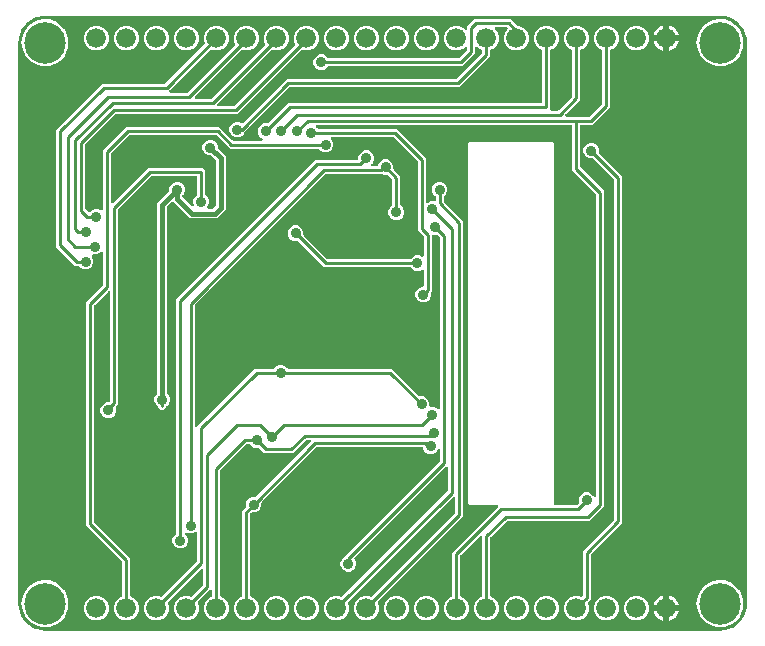
<source format=gbr>
G04 EAGLE Gerber RS-274X export*
G75*
%MOMM*%
%FSLAX34Y34*%
%LPD*%
%INBottom Copper*%
%IPPOS*%
%AMOC8*
5,1,8,0,0,1.08239X$1,22.5*%
G01*
%ADD10C,3.516000*%
%ADD11C,1.676400*%
%ADD12C,0.906400*%
%ADD13C,0.254000*%
%ADD14C,0.406400*%

G36*
X596922Y2543D02*
X596922Y2543D01*
X597000Y2545D01*
X600377Y2810D01*
X600445Y2824D01*
X600514Y2829D01*
X600670Y2869D01*
X607094Y4956D01*
X607201Y5006D01*
X607312Y5050D01*
X607363Y5083D01*
X607382Y5091D01*
X607397Y5104D01*
X607448Y5136D01*
X612912Y9107D01*
X612999Y9188D01*
X613046Y9227D01*
X613052Y9231D01*
X613053Y9233D01*
X613091Y9264D01*
X613129Y9310D01*
X613144Y9324D01*
X613155Y9341D01*
X613193Y9387D01*
X614886Y11717D01*
X614899Y11741D01*
X614916Y11761D01*
X614975Y11879D01*
X615039Y11996D01*
X615046Y12022D01*
X615058Y12046D01*
X615085Y12174D01*
X615099Y12185D01*
X615123Y12196D01*
X615225Y12281D01*
X615331Y12361D01*
X615348Y12381D01*
X615368Y12398D01*
X615471Y12522D01*
X617164Y14852D01*
X617221Y14956D01*
X617285Y15056D01*
X617307Y15113D01*
X617317Y15131D01*
X617322Y15151D01*
X617344Y15206D01*
X619431Y21630D01*
X619444Y21698D01*
X619467Y21764D01*
X619490Y21923D01*
X619755Y25300D01*
X619755Y25304D01*
X619756Y25307D01*
X619755Y25326D01*
X619759Y25400D01*
X619759Y500380D01*
X619757Y500402D01*
X619755Y500480D01*
X619490Y503857D01*
X619476Y503925D01*
X619471Y503994D01*
X619431Y504150D01*
X617344Y510574D01*
X617293Y510681D01*
X617250Y510792D01*
X617217Y510843D01*
X617209Y510862D01*
X617196Y510877D01*
X617164Y510928D01*
X615471Y513258D01*
X615453Y513277D01*
X615439Y513300D01*
X615344Y513393D01*
X615253Y513489D01*
X615231Y513504D01*
X615212Y513522D01*
X615098Y513588D01*
X615092Y513604D01*
X615089Y513631D01*
X615040Y513755D01*
X614997Y513880D01*
X614982Y513902D01*
X614972Y513927D01*
X614886Y514063D01*
X613193Y516392D01*
X613112Y516479D01*
X613036Y516571D01*
X612990Y516609D01*
X612976Y516624D01*
X612958Y516635D01*
X612912Y516673D01*
X607448Y520644D01*
X607344Y520701D01*
X607244Y520765D01*
X607187Y520787D01*
X607169Y520797D01*
X607149Y520802D01*
X607094Y520824D01*
X600670Y522911D01*
X600602Y522924D01*
X600536Y522947D01*
X600377Y522970D01*
X597000Y523235D01*
X596978Y523234D01*
X596900Y523239D01*
X25400Y523239D01*
X25378Y523237D01*
X25300Y523235D01*
X21923Y522970D01*
X21855Y522956D01*
X21786Y522951D01*
X21630Y522911D01*
X18891Y522021D01*
X18867Y522010D01*
X18841Y522004D01*
X18724Y521943D01*
X18604Y521886D01*
X18583Y521869D01*
X18560Y521857D01*
X18462Y521769D01*
X18445Y521768D01*
X18418Y521773D01*
X18286Y521765D01*
X18153Y521763D01*
X18128Y521755D01*
X18101Y521754D01*
X17945Y521714D01*
X15206Y520824D01*
X15099Y520774D01*
X14988Y520730D01*
X14937Y520697D01*
X14918Y520689D01*
X14903Y520676D01*
X14852Y520644D01*
X9388Y516673D01*
X9301Y516592D01*
X9209Y516516D01*
X9171Y516470D01*
X9156Y516456D01*
X9145Y516438D01*
X9107Y516392D01*
X5136Y510928D01*
X5079Y510824D01*
X5015Y510724D01*
X4993Y510667D01*
X4983Y510649D01*
X4978Y510629D01*
X4956Y510574D01*
X2869Y504150D01*
X2856Y504082D01*
X2833Y504016D01*
X2810Y503857D01*
X2545Y500480D01*
X2546Y500458D01*
X2541Y500380D01*
X2541Y25400D01*
X2543Y25378D01*
X2545Y25300D01*
X2810Y21923D01*
X2824Y21855D01*
X2829Y21786D01*
X2869Y21630D01*
X4956Y15206D01*
X5006Y15099D01*
X5050Y14988D01*
X5083Y14937D01*
X5091Y14918D01*
X5104Y14903D01*
X5136Y14852D01*
X9107Y9388D01*
X9127Y9366D01*
X9138Y9348D01*
X9184Y9305D01*
X9188Y9301D01*
X9264Y9209D01*
X9310Y9171D01*
X9324Y9156D01*
X9342Y9145D01*
X9388Y9107D01*
X14596Y5322D01*
X14852Y5136D01*
X14956Y5079D01*
X15056Y5015D01*
X15113Y4993D01*
X15131Y4983D01*
X15151Y4978D01*
X15206Y4956D01*
X17945Y4066D01*
X17971Y4061D01*
X17996Y4051D01*
X18127Y4031D01*
X18257Y4007D01*
X18284Y4008D01*
X18310Y4004D01*
X18441Y4018D01*
X18455Y4008D01*
X18474Y3989D01*
X18585Y3917D01*
X18694Y3842D01*
X18719Y3832D01*
X18742Y3818D01*
X18892Y3759D01*
X21630Y2869D01*
X21698Y2856D01*
X21764Y2833D01*
X21923Y2810D01*
X25300Y2545D01*
X25322Y2546D01*
X25400Y2541D01*
X596900Y2541D01*
X596922Y2543D01*
G37*
%LPC*%
G36*
X91908Y11175D02*
X91908Y11175D01*
X88081Y12761D01*
X85151Y15691D01*
X83565Y19518D01*
X83565Y23662D01*
X85151Y27489D01*
X88081Y30419D01*
X89894Y31170D01*
X89919Y31185D01*
X89947Y31194D01*
X90057Y31263D01*
X90170Y31328D01*
X90191Y31348D01*
X90216Y31364D01*
X90305Y31459D01*
X90398Y31549D01*
X90414Y31574D01*
X90434Y31596D01*
X90497Y31710D01*
X90565Y31820D01*
X90573Y31848D01*
X90588Y31874D01*
X90620Y32000D01*
X90658Y32124D01*
X90660Y32154D01*
X90667Y32182D01*
X90677Y32343D01*
X90677Y60336D01*
X90665Y60434D01*
X90662Y60533D01*
X90645Y60592D01*
X90637Y60652D01*
X90601Y60744D01*
X90573Y60839D01*
X90543Y60891D01*
X90520Y60947D01*
X90462Y61027D01*
X90412Y61113D01*
X90346Y61188D01*
X90334Y61205D01*
X90324Y61213D01*
X90306Y61234D01*
X60197Y91342D01*
X60197Y280768D01*
X73796Y294366D01*
X73856Y294445D01*
X73924Y294517D01*
X73953Y294570D01*
X73990Y294618D01*
X74030Y294709D01*
X74078Y294795D01*
X74093Y294854D01*
X74117Y294909D01*
X74132Y295007D01*
X74157Y295103D01*
X74163Y295203D01*
X74167Y295224D01*
X74165Y295236D01*
X74167Y295264D01*
X74167Y322169D01*
X74150Y322307D01*
X74137Y322445D01*
X74130Y322464D01*
X74127Y322485D01*
X74076Y322614D01*
X74029Y322745D01*
X74018Y322762D01*
X74010Y322780D01*
X73929Y322893D01*
X73851Y323008D01*
X73835Y323021D01*
X73824Y323038D01*
X73716Y323126D01*
X73612Y323218D01*
X73594Y323228D01*
X73579Y323240D01*
X73453Y323300D01*
X73329Y323363D01*
X73309Y323367D01*
X73291Y323376D01*
X73154Y323402D01*
X73019Y323433D01*
X72998Y323432D01*
X72979Y323436D01*
X72840Y323427D01*
X72701Y323423D01*
X72681Y323417D01*
X72661Y323416D01*
X72529Y323373D01*
X72395Y323335D01*
X72378Y323324D01*
X72359Y323318D01*
X72241Y323244D01*
X72121Y323173D01*
X72100Y323154D01*
X72090Y323148D01*
X72076Y323133D01*
X72001Y323067D01*
X71029Y322095D01*
X68616Y321095D01*
X65903Y321095D01*
X65765Y321078D01*
X65626Y321065D01*
X65607Y321058D01*
X65587Y321055D01*
X65458Y321004D01*
X65327Y320957D01*
X65310Y320946D01*
X65292Y320938D01*
X65179Y320857D01*
X65064Y320779D01*
X65051Y320763D01*
X65034Y320752D01*
X64946Y320645D01*
X64854Y320540D01*
X64844Y320522D01*
X64832Y320507D01*
X64772Y320381D01*
X64709Y320257D01*
X64705Y320237D01*
X64696Y320219D01*
X64670Y320083D01*
X64639Y319947D01*
X64640Y319926D01*
X64636Y319907D01*
X64645Y319768D01*
X64649Y319629D01*
X64655Y319609D01*
X64656Y319589D01*
X64699Y319457D01*
X64737Y319323D01*
X64748Y319306D01*
X64754Y319287D01*
X64828Y319169D01*
X64899Y319049D01*
X64918Y319028D01*
X64924Y319018D01*
X64939Y319004D01*
X65005Y318928D01*
X65255Y318679D01*
X66255Y316266D01*
X66255Y313654D01*
X65255Y311241D01*
X63409Y309395D01*
X60996Y308395D01*
X58384Y308395D01*
X55971Y309395D01*
X54081Y311286D01*
X54002Y311346D01*
X53930Y311414D01*
X53877Y311443D01*
X53829Y311480D01*
X53738Y311520D01*
X53652Y311568D01*
X53593Y311583D01*
X53537Y311607D01*
X53439Y311622D01*
X53344Y311647D01*
X53244Y311653D01*
X53223Y311657D01*
X53211Y311655D01*
X53183Y311657D01*
X50702Y311657D01*
X34797Y327562D01*
X34797Y426818D01*
X73562Y465583D01*
X126376Y465583D01*
X126474Y465595D01*
X126573Y465598D01*
X126632Y465615D01*
X126692Y465623D01*
X126784Y465659D01*
X126879Y465687D01*
X126931Y465717D01*
X126987Y465740D01*
X127067Y465798D01*
X127153Y465848D01*
X127228Y465914D01*
X127245Y465926D01*
X127253Y465936D01*
X127274Y465954D01*
X160241Y498922D01*
X160259Y498945D01*
X160282Y498964D01*
X160356Y499070D01*
X160436Y499173D01*
X160448Y499200D01*
X160465Y499224D01*
X160511Y499346D01*
X160562Y499465D01*
X160567Y499494D01*
X160578Y499522D01*
X160592Y499651D01*
X160612Y499779D01*
X160610Y499809D01*
X160613Y499838D01*
X160595Y499966D01*
X160583Y500096D01*
X160573Y500124D01*
X160568Y500153D01*
X160516Y500305D01*
X159765Y502118D01*
X159765Y506262D01*
X161351Y510089D01*
X164281Y513019D01*
X168108Y514605D01*
X172252Y514605D01*
X176079Y513019D01*
X179009Y510089D01*
X180595Y506262D01*
X180595Y502118D01*
X179009Y498291D01*
X176079Y495361D01*
X172252Y493775D01*
X168108Y493775D01*
X166295Y494526D01*
X166267Y494534D01*
X166240Y494548D01*
X166114Y494576D01*
X165988Y494610D01*
X165959Y494611D01*
X165930Y494617D01*
X165800Y494613D01*
X165670Y494615D01*
X165642Y494608D01*
X165612Y494608D01*
X165488Y494571D01*
X165361Y494541D01*
X165335Y494527D01*
X165307Y494519D01*
X165195Y494453D01*
X165080Y494392D01*
X165058Y494373D01*
X165033Y494358D01*
X164912Y494251D01*
X131944Y461284D01*
X130790Y460129D01*
X130705Y460020D01*
X130616Y459913D01*
X130608Y459894D01*
X130595Y459878D01*
X130540Y459751D01*
X130481Y459625D01*
X130477Y459605D01*
X130469Y459586D01*
X130447Y459448D01*
X130421Y459312D01*
X130422Y459292D01*
X130419Y459272D01*
X130432Y459133D01*
X130441Y458995D01*
X130447Y458976D01*
X130449Y458956D01*
X130496Y458824D01*
X130539Y458693D01*
X130550Y458675D01*
X130557Y458656D01*
X130635Y458541D01*
X130709Y458424D01*
X130724Y458410D01*
X130735Y458393D01*
X130839Y458301D01*
X130941Y458206D01*
X130958Y458196D01*
X130974Y458183D01*
X131097Y458120D01*
X131219Y458052D01*
X131239Y458047D01*
X131257Y458038D01*
X131393Y458008D01*
X131527Y457973D01*
X131555Y457971D01*
X131567Y457968D01*
X131588Y457969D01*
X131688Y457963D01*
X145426Y457963D01*
X145524Y457975D01*
X145623Y457978D01*
X145682Y457995D01*
X145742Y458003D01*
X145834Y458039D01*
X145929Y458067D01*
X145981Y458097D01*
X146037Y458120D01*
X146117Y458178D01*
X146203Y458228D01*
X146278Y458294D01*
X146295Y458306D01*
X146303Y458316D01*
X146324Y458334D01*
X186013Y498024D01*
X186031Y498047D01*
X186054Y498066D01*
X186128Y498172D01*
X186208Y498275D01*
X186220Y498302D01*
X186237Y498326D01*
X186283Y498448D01*
X186334Y498567D01*
X186339Y498596D01*
X186350Y498624D01*
X186364Y498753D01*
X186384Y498881D01*
X186382Y498911D01*
X186385Y498940D01*
X186367Y499068D01*
X186354Y499198D01*
X186344Y499226D01*
X186340Y499255D01*
X186288Y499407D01*
X185165Y502118D01*
X185165Y506262D01*
X186751Y510089D01*
X189681Y513019D01*
X193508Y514605D01*
X197652Y514605D01*
X201479Y513019D01*
X204409Y510089D01*
X205995Y506262D01*
X205995Y502118D01*
X204409Y498291D01*
X201479Y495361D01*
X197652Y493775D01*
X193508Y493775D01*
X192593Y494154D01*
X192565Y494162D01*
X192538Y494176D01*
X192412Y494204D01*
X192286Y494238D01*
X192257Y494239D01*
X192228Y494245D01*
X192098Y494241D01*
X191969Y494243D01*
X191940Y494236D01*
X191910Y494236D01*
X191786Y494200D01*
X191659Y494169D01*
X191633Y494155D01*
X191605Y494147D01*
X191493Y494081D01*
X191378Y494020D01*
X191356Y494001D01*
X191331Y493986D01*
X191210Y493879D01*
X152380Y455049D01*
X152295Y454940D01*
X152206Y454833D01*
X152198Y454814D01*
X152185Y454798D01*
X152130Y454670D01*
X152071Y454545D01*
X152067Y454525D01*
X152059Y454506D01*
X152037Y454368D01*
X152011Y454232D01*
X152012Y454212D01*
X152009Y454192D01*
X152022Y454053D01*
X152031Y453915D01*
X152037Y453896D01*
X152039Y453876D01*
X152086Y453744D01*
X152129Y453613D01*
X152140Y453595D01*
X152147Y453576D01*
X152225Y453461D01*
X152299Y453344D01*
X152314Y453330D01*
X152325Y453313D01*
X152429Y453221D01*
X152531Y453126D01*
X152548Y453116D01*
X152564Y453103D01*
X152687Y453039D01*
X152809Y452972D01*
X152829Y452967D01*
X152847Y452958D01*
X152983Y452928D01*
X153117Y452893D01*
X153145Y452891D01*
X153157Y452888D01*
X153178Y452889D01*
X153278Y452883D01*
X165746Y452883D01*
X165844Y452895D01*
X165943Y452898D01*
X166002Y452915D01*
X166062Y452923D01*
X166154Y452959D01*
X166249Y452987D01*
X166301Y453017D01*
X166357Y453040D01*
X166437Y453098D01*
X166523Y453148D01*
X166598Y453214D01*
X166615Y453226D01*
X166623Y453236D01*
X166644Y453254D01*
X211413Y498024D01*
X211431Y498047D01*
X211454Y498066D01*
X211528Y498172D01*
X211608Y498275D01*
X211620Y498302D01*
X211637Y498326D01*
X211683Y498448D01*
X211734Y498567D01*
X211739Y498596D01*
X211750Y498624D01*
X211764Y498753D01*
X211784Y498881D01*
X211782Y498911D01*
X211785Y498940D01*
X211767Y499068D01*
X211754Y499198D01*
X211744Y499226D01*
X211740Y499255D01*
X211688Y499407D01*
X210565Y502118D01*
X210565Y506262D01*
X212151Y510089D01*
X215081Y513019D01*
X218908Y514605D01*
X223052Y514605D01*
X226879Y513019D01*
X229809Y510089D01*
X231395Y506262D01*
X231395Y502118D01*
X229809Y498291D01*
X226879Y495361D01*
X223052Y493775D01*
X218908Y493775D01*
X217993Y494154D01*
X217965Y494162D01*
X217938Y494176D01*
X217812Y494204D01*
X217686Y494238D01*
X217657Y494239D01*
X217628Y494245D01*
X217498Y494241D01*
X217369Y494243D01*
X217340Y494236D01*
X217310Y494236D01*
X217186Y494200D01*
X217059Y494169D01*
X217033Y494155D01*
X217005Y494147D01*
X216893Y494081D01*
X216778Y494020D01*
X216756Y494001D01*
X216731Y493986D01*
X216610Y493879D01*
X171430Y448699D01*
X171345Y448590D01*
X171256Y448483D01*
X171248Y448464D01*
X171235Y448448D01*
X171180Y448320D01*
X171121Y448195D01*
X171117Y448175D01*
X171109Y448156D01*
X171087Y448018D01*
X171061Y447882D01*
X171062Y447862D01*
X171059Y447842D01*
X171072Y447703D01*
X171081Y447565D01*
X171087Y447546D01*
X171089Y447526D01*
X171136Y447394D01*
X171179Y447263D01*
X171190Y447245D01*
X171197Y447226D01*
X171275Y447111D01*
X171349Y446994D01*
X171364Y446980D01*
X171375Y446963D01*
X171479Y446871D01*
X171581Y446776D01*
X171598Y446766D01*
X171614Y446753D01*
X171737Y446689D01*
X171859Y446622D01*
X171879Y446617D01*
X171897Y446608D01*
X172033Y446578D01*
X172167Y446543D01*
X172195Y446541D01*
X172207Y446538D01*
X172228Y446539D01*
X172328Y446533D01*
X184796Y446533D01*
X184894Y446545D01*
X184993Y446548D01*
X185052Y446565D01*
X185112Y446573D01*
X185204Y446609D01*
X185299Y446637D01*
X185351Y446667D01*
X185407Y446690D01*
X185487Y446748D01*
X185573Y446798D01*
X185648Y446864D01*
X185665Y446876D01*
X185673Y446886D01*
X185694Y446904D01*
X236813Y498024D01*
X236831Y498047D01*
X236854Y498066D01*
X236928Y498172D01*
X237008Y498275D01*
X237020Y498302D01*
X237037Y498326D01*
X237083Y498448D01*
X237134Y498567D01*
X237139Y498596D01*
X237150Y498624D01*
X237164Y498753D01*
X237184Y498881D01*
X237182Y498911D01*
X237185Y498940D01*
X237167Y499068D01*
X237154Y499198D01*
X237144Y499226D01*
X237140Y499255D01*
X237088Y499407D01*
X235965Y502118D01*
X235965Y506262D01*
X237551Y510089D01*
X240481Y513019D01*
X244308Y514605D01*
X248452Y514605D01*
X252279Y513019D01*
X255209Y510089D01*
X256795Y506262D01*
X256795Y502118D01*
X255209Y498291D01*
X252279Y495361D01*
X248452Y493775D01*
X244308Y493775D01*
X243393Y494154D01*
X243365Y494162D01*
X243338Y494176D01*
X243212Y494204D01*
X243086Y494238D01*
X243057Y494239D01*
X243028Y494245D01*
X242898Y494241D01*
X242768Y494243D01*
X242740Y494236D01*
X242710Y494236D01*
X242586Y494200D01*
X242459Y494169D01*
X242433Y494155D01*
X242405Y494147D01*
X242293Y494081D01*
X242178Y494020D01*
X242156Y494001D01*
X242131Y493986D01*
X242010Y493879D01*
X188058Y439927D01*
X85714Y439927D01*
X85616Y439915D01*
X85517Y439912D01*
X85458Y439895D01*
X85398Y439887D01*
X85306Y439851D01*
X85211Y439823D01*
X85159Y439793D01*
X85103Y439770D01*
X85023Y439712D01*
X84937Y439662D01*
X84862Y439596D01*
X84845Y439584D01*
X84837Y439574D01*
X84816Y439556D01*
X59554Y414294D01*
X59494Y414215D01*
X59426Y414143D01*
X59397Y414090D01*
X59360Y414042D01*
X59320Y413951D01*
X59272Y413865D01*
X59257Y413806D01*
X59233Y413751D01*
X59218Y413653D01*
X59193Y413557D01*
X59187Y413457D01*
X59183Y413436D01*
X59185Y413424D01*
X59183Y413396D01*
X59183Y360034D01*
X59195Y359936D01*
X59198Y359837D01*
X59215Y359778D01*
X59223Y359718D01*
X59259Y359626D01*
X59287Y359531D01*
X59317Y359479D01*
X59340Y359423D01*
X59398Y359343D01*
X59448Y359257D01*
X59514Y359182D01*
X59526Y359165D01*
X59536Y359157D01*
X59554Y359136D01*
X61566Y357125D01*
X61660Y357052D01*
X61749Y356973D01*
X61785Y356955D01*
X61817Y356930D01*
X61927Y356883D01*
X62032Y356829D01*
X62072Y356820D01*
X62109Y356804D01*
X62227Y356785D01*
X62343Y356759D01*
X62383Y356760D01*
X62423Y356754D01*
X62542Y356765D01*
X62661Y356769D01*
X62699Y356780D01*
X62740Y356784D01*
X62852Y356824D01*
X62966Y356857D01*
X63001Y356877D01*
X63039Y356891D01*
X63138Y356958D01*
X63240Y357018D01*
X63285Y357058D01*
X63302Y357070D01*
X63316Y357085D01*
X63361Y357125D01*
X64861Y358625D01*
X67274Y359625D01*
X69886Y359625D01*
X72412Y358578D01*
X72460Y358565D01*
X72505Y358544D01*
X72613Y358523D01*
X72719Y358494D01*
X72769Y358494D01*
X72818Y358484D01*
X72927Y358491D01*
X73037Y358489D01*
X73085Y358501D01*
X73135Y358504D01*
X73239Y358538D01*
X73346Y358563D01*
X73390Y358587D01*
X73437Y358602D01*
X73530Y358661D01*
X73627Y358712D01*
X73664Y358745D01*
X73706Y358772D01*
X73781Y358852D01*
X73863Y358926D01*
X73890Y358968D01*
X73924Y359004D01*
X73977Y359100D01*
X74037Y359192D01*
X74054Y359239D01*
X74078Y359282D01*
X74105Y359389D01*
X74141Y359493D01*
X74145Y359542D01*
X74157Y359590D01*
X74167Y359751D01*
X74167Y409038D01*
X93882Y428753D01*
X172818Y428753D01*
X183876Y417694D01*
X183955Y417634D01*
X184027Y417566D01*
X184080Y417537D01*
X184128Y417500D01*
X184219Y417460D01*
X184305Y417412D01*
X184364Y417397D01*
X184419Y417373D01*
X184517Y417358D01*
X184613Y417333D01*
X184713Y417327D01*
X184734Y417323D01*
X184746Y417325D01*
X184774Y417323D01*
X208176Y417323D01*
X208245Y417331D01*
X208315Y417330D01*
X208402Y417351D01*
X208491Y417363D01*
X208556Y417388D01*
X208624Y417405D01*
X208703Y417447D01*
X208787Y417480D01*
X208843Y417521D01*
X208905Y417553D01*
X208972Y417614D01*
X209044Y417666D01*
X209089Y417720D01*
X209140Y417767D01*
X209190Y417842D01*
X209247Y417911D01*
X209277Y417975D01*
X209315Y418033D01*
X209344Y418118D01*
X209382Y418199D01*
X209396Y418268D01*
X209418Y418334D01*
X209425Y418423D01*
X209442Y418511D01*
X209438Y418581D01*
X209443Y418651D01*
X209428Y418739D01*
X209423Y418829D01*
X209401Y418895D01*
X209389Y418964D01*
X209352Y419046D01*
X209324Y419131D01*
X209287Y419190D01*
X209258Y419254D01*
X209202Y419324D01*
X209154Y419400D01*
X209103Y419448D01*
X209060Y419502D01*
X208988Y419557D01*
X208923Y419618D01*
X208862Y419652D01*
X208806Y419694D01*
X208661Y419765D01*
X208371Y419885D01*
X206525Y421731D01*
X205525Y424144D01*
X205525Y426756D01*
X206525Y429169D01*
X208371Y431015D01*
X210784Y432015D01*
X213458Y432015D01*
X213556Y432027D01*
X213655Y432030D01*
X213714Y432047D01*
X213774Y432055D01*
X213866Y432091D01*
X213961Y432119D01*
X214013Y432149D01*
X214069Y432172D01*
X214149Y432230D01*
X214235Y432280D01*
X214310Y432346D01*
X214327Y432358D01*
X214335Y432368D01*
X214356Y432386D01*
X231042Y449073D01*
X445008Y449073D01*
X445126Y449088D01*
X445245Y449095D01*
X445283Y449108D01*
X445324Y449113D01*
X445434Y449156D01*
X445547Y449193D01*
X445582Y449215D01*
X445619Y449230D01*
X445715Y449299D01*
X445816Y449363D01*
X445844Y449393D01*
X445877Y449416D01*
X445953Y449508D01*
X446034Y449595D01*
X446054Y449630D01*
X446079Y449661D01*
X446130Y449769D01*
X446188Y449873D01*
X446198Y449913D01*
X446215Y449949D01*
X446237Y450066D01*
X446267Y450181D01*
X446271Y450241D01*
X446275Y450261D01*
X446273Y450282D01*
X446277Y450342D01*
X446277Y493437D01*
X446274Y493466D01*
X446276Y493496D01*
X446254Y493624D01*
X446237Y493753D01*
X446227Y493780D01*
X446222Y493809D01*
X446168Y493928D01*
X446120Y494048D01*
X446103Y494072D01*
X446091Y494099D01*
X446010Y494201D01*
X445934Y494306D01*
X445911Y494325D01*
X445892Y494348D01*
X445789Y494426D01*
X445689Y494509D01*
X445662Y494521D01*
X445638Y494539D01*
X445494Y494610D01*
X443681Y495361D01*
X440751Y498291D01*
X439165Y502118D01*
X439165Y506262D01*
X440751Y510089D01*
X443681Y513019D01*
X447508Y514605D01*
X451652Y514605D01*
X455479Y513019D01*
X458409Y510089D01*
X459995Y506262D01*
X459995Y502118D01*
X458409Y498291D01*
X455479Y495361D01*
X453666Y494610D01*
X453641Y494595D01*
X453613Y494586D01*
X453503Y494517D01*
X453390Y494452D01*
X453369Y494432D01*
X453344Y494416D01*
X453255Y494321D01*
X453162Y494231D01*
X453146Y494206D01*
X453126Y494184D01*
X453063Y494070D01*
X452995Y493960D01*
X452987Y493932D01*
X452972Y493906D01*
X452940Y493780D01*
X452902Y493656D01*
X452900Y493626D01*
X452893Y493598D01*
X452883Y493437D01*
X452883Y443992D01*
X452898Y443874D01*
X452905Y443755D01*
X452918Y443717D01*
X452923Y443676D01*
X452966Y443566D01*
X453003Y443453D01*
X453025Y443418D01*
X453040Y443381D01*
X453109Y443285D01*
X453173Y443184D01*
X453203Y443156D01*
X453226Y443123D01*
X453318Y443047D01*
X453405Y442966D01*
X453440Y442946D01*
X453471Y442921D01*
X453579Y442870D01*
X453683Y442812D01*
X453723Y442802D01*
X453759Y442785D01*
X453876Y442763D01*
X453991Y442733D01*
X454051Y442729D01*
X454071Y442725D01*
X454092Y442727D01*
X454152Y442723D01*
X459116Y442723D01*
X459214Y442735D01*
X459313Y442738D01*
X459372Y442755D01*
X459432Y442763D01*
X459524Y442799D01*
X459619Y442827D01*
X459671Y442857D01*
X459727Y442880D01*
X459807Y442938D01*
X459893Y442988D01*
X459968Y443054D01*
X459985Y443066D01*
X459993Y443076D01*
X460014Y443094D01*
X471306Y454386D01*
X471366Y454465D01*
X471434Y454537D01*
X471463Y454590D01*
X471500Y454638D01*
X471540Y454729D01*
X471588Y454815D01*
X471603Y454874D01*
X471627Y454929D01*
X471642Y455027D01*
X471667Y455123D01*
X471673Y455223D01*
X471677Y455244D01*
X471675Y455256D01*
X471677Y455284D01*
X471677Y493437D01*
X471674Y493466D01*
X471676Y493496D01*
X471654Y493624D01*
X471637Y493753D01*
X471627Y493780D01*
X471622Y493809D01*
X471568Y493928D01*
X471520Y494048D01*
X471503Y494072D01*
X471491Y494099D01*
X471410Y494201D01*
X471334Y494306D01*
X471311Y494325D01*
X471292Y494348D01*
X471189Y494426D01*
X471089Y494509D01*
X471062Y494521D01*
X471038Y494539D01*
X470894Y494610D01*
X469081Y495361D01*
X466151Y498291D01*
X464565Y502118D01*
X464565Y506262D01*
X466151Y510089D01*
X469081Y513019D01*
X472908Y514605D01*
X477052Y514605D01*
X480879Y513019D01*
X483809Y510089D01*
X485395Y506262D01*
X485395Y502118D01*
X483809Y498291D01*
X480879Y495361D01*
X479066Y494610D01*
X479041Y494595D01*
X479013Y494586D01*
X478903Y494517D01*
X478790Y494452D01*
X478769Y494432D01*
X478744Y494416D01*
X478655Y494321D01*
X478562Y494231D01*
X478546Y494206D01*
X478526Y494184D01*
X478463Y494070D01*
X478395Y493960D01*
X478387Y493932D01*
X478372Y493906D01*
X478340Y493780D01*
X478302Y493656D01*
X478300Y493626D01*
X478293Y493598D01*
X478283Y493437D01*
X478283Y452022D01*
X466070Y439809D01*
X465985Y439700D01*
X465896Y439593D01*
X465888Y439574D01*
X465875Y439558D01*
X465820Y439430D01*
X465761Y439305D01*
X465757Y439285D01*
X465749Y439266D01*
X465727Y439128D01*
X465701Y438992D01*
X465702Y438972D01*
X465699Y438952D01*
X465712Y438813D01*
X465721Y438675D01*
X465727Y438656D01*
X465729Y438636D01*
X465776Y438504D01*
X465819Y438373D01*
X465830Y438355D01*
X465837Y438336D01*
X465915Y438221D01*
X465989Y438104D01*
X466004Y438090D01*
X466015Y438073D01*
X466119Y437981D01*
X466221Y437886D01*
X466238Y437876D01*
X466254Y437863D01*
X466377Y437799D01*
X466499Y437732D01*
X466519Y437727D01*
X466537Y437718D01*
X466673Y437688D01*
X466807Y437653D01*
X466835Y437651D01*
X466847Y437648D01*
X466868Y437649D01*
X466968Y437643D01*
X485786Y437643D01*
X485884Y437655D01*
X485983Y437658D01*
X486042Y437675D01*
X486102Y437683D01*
X486194Y437719D01*
X486289Y437747D01*
X486341Y437777D01*
X486397Y437800D01*
X486477Y437858D01*
X486563Y437908D01*
X486638Y437974D01*
X486655Y437986D01*
X486663Y437996D01*
X486684Y438014D01*
X496706Y448036D01*
X496766Y448115D01*
X496834Y448187D01*
X496863Y448240D01*
X496900Y448288D01*
X496940Y448379D01*
X496988Y448465D01*
X497003Y448524D01*
X497027Y448579D01*
X497042Y448677D01*
X497067Y448773D01*
X497073Y448873D01*
X497077Y448894D01*
X497075Y448906D01*
X497077Y448934D01*
X497077Y493437D01*
X497074Y493466D01*
X497076Y493496D01*
X497054Y493624D01*
X497037Y493753D01*
X497027Y493780D01*
X497022Y493809D01*
X496968Y493928D01*
X496920Y494048D01*
X496903Y494072D01*
X496891Y494099D01*
X496810Y494201D01*
X496734Y494306D01*
X496711Y494325D01*
X496692Y494348D01*
X496589Y494426D01*
X496489Y494509D01*
X496462Y494521D01*
X496438Y494539D01*
X496294Y494610D01*
X494481Y495361D01*
X491551Y498291D01*
X489965Y502118D01*
X489965Y506262D01*
X491551Y510089D01*
X494481Y513019D01*
X498308Y514605D01*
X502452Y514605D01*
X506279Y513019D01*
X509209Y510089D01*
X510795Y506262D01*
X510795Y502118D01*
X509209Y498291D01*
X506279Y495361D01*
X504466Y494610D01*
X504441Y494595D01*
X504413Y494586D01*
X504303Y494517D01*
X504190Y494452D01*
X504169Y494432D01*
X504144Y494416D01*
X504055Y494321D01*
X503962Y494231D01*
X503946Y494206D01*
X503926Y494184D01*
X503863Y494070D01*
X503795Y493960D01*
X503787Y493932D01*
X503772Y493906D01*
X503740Y493780D01*
X503702Y493656D01*
X503700Y493626D01*
X503693Y493598D01*
X503683Y493437D01*
X503683Y445672D01*
X489048Y431037D01*
X479552Y431037D01*
X479434Y431022D01*
X479315Y431015D01*
X479277Y431002D01*
X479236Y430997D01*
X479126Y430954D01*
X479013Y430917D01*
X478978Y430895D01*
X478941Y430880D01*
X478845Y430811D01*
X478744Y430747D01*
X478716Y430717D01*
X478683Y430694D01*
X478607Y430602D01*
X478526Y430515D01*
X478506Y430480D01*
X478481Y430449D01*
X478430Y430341D01*
X478372Y430237D01*
X478362Y430197D01*
X478345Y430161D01*
X478323Y430044D01*
X478293Y429929D01*
X478289Y429869D01*
X478285Y429849D01*
X478287Y429828D01*
X478283Y429768D01*
X478283Y395594D01*
X478295Y395496D01*
X478298Y395397D01*
X478315Y395338D01*
X478323Y395278D01*
X478359Y395186D01*
X478387Y395091D01*
X478417Y395039D01*
X478440Y394983D01*
X478498Y394903D01*
X478548Y394817D01*
X478614Y394742D01*
X478626Y394725D01*
X478636Y394717D01*
X478654Y394696D01*
X498603Y374748D01*
X498603Y107852D01*
X486508Y95757D01*
X417184Y95757D01*
X417086Y95745D01*
X416987Y95742D01*
X416928Y95725D01*
X416868Y95717D01*
X416776Y95681D01*
X416681Y95653D01*
X416629Y95623D01*
X416573Y95600D01*
X416493Y95542D01*
X416407Y95492D01*
X416332Y95426D01*
X416315Y95414D01*
X416307Y95404D01*
X416286Y95386D01*
X402454Y81554D01*
X402394Y81475D01*
X402326Y81403D01*
X402297Y81350D01*
X402260Y81302D01*
X402220Y81211D01*
X402172Y81125D01*
X402157Y81066D01*
X402133Y81011D01*
X402118Y80913D01*
X402093Y80817D01*
X402087Y80717D01*
X402083Y80696D01*
X402085Y80684D01*
X402083Y80656D01*
X402083Y32343D01*
X402086Y32314D01*
X402084Y32284D01*
X402106Y32156D01*
X402123Y32027D01*
X402133Y32000D01*
X402138Y31971D01*
X402192Y31852D01*
X402240Y31732D01*
X402257Y31708D01*
X402269Y31681D01*
X402350Y31579D01*
X402426Y31474D01*
X402449Y31455D01*
X402468Y31432D01*
X402571Y31354D01*
X402671Y31271D01*
X402698Y31259D01*
X402722Y31241D01*
X402866Y31170D01*
X404679Y30419D01*
X407609Y27489D01*
X409195Y23662D01*
X409195Y19518D01*
X407609Y15691D01*
X404679Y12761D01*
X400852Y11175D01*
X396708Y11175D01*
X392881Y12761D01*
X389951Y15691D01*
X388365Y19518D01*
X388365Y23662D01*
X389951Y27489D01*
X392881Y30419D01*
X394694Y31170D01*
X394719Y31185D01*
X394747Y31194D01*
X394857Y31263D01*
X394970Y31328D01*
X394991Y31348D01*
X395016Y31364D01*
X395105Y31459D01*
X395198Y31549D01*
X395214Y31574D01*
X395234Y31596D01*
X395297Y31710D01*
X395365Y31820D01*
X395373Y31848D01*
X395388Y31874D01*
X395420Y32000D01*
X395458Y32124D01*
X395460Y32154D01*
X395467Y32182D01*
X395477Y32343D01*
X395477Y81672D01*
X395460Y81810D01*
X395447Y81949D01*
X395440Y81968D01*
X395437Y81988D01*
X395386Y82117D01*
X395339Y82248D01*
X395328Y82265D01*
X395320Y82283D01*
X395239Y82396D01*
X395161Y82511D01*
X395145Y82524D01*
X395134Y82541D01*
X395026Y82629D01*
X394922Y82722D01*
X394904Y82731D01*
X394889Y82744D01*
X394763Y82803D01*
X394639Y82866D01*
X394619Y82871D01*
X394601Y82879D01*
X394465Y82905D01*
X394329Y82936D01*
X394308Y82935D01*
X394289Y82939D01*
X394150Y82930D01*
X394011Y82926D01*
X393991Y82920D01*
X393971Y82919D01*
X393839Y82876D01*
X393705Y82838D01*
X393688Y82827D01*
X393669Y82821D01*
X393551Y82747D01*
X393431Y82676D01*
X393410Y82658D01*
X393400Y82651D01*
X393386Y82636D01*
X393311Y82570D01*
X377054Y66314D01*
X376994Y66235D01*
X376926Y66163D01*
X376897Y66110D01*
X376860Y66062D01*
X376820Y65971D01*
X376772Y65885D01*
X376757Y65826D01*
X376733Y65771D01*
X376718Y65673D01*
X376693Y65577D01*
X376687Y65477D01*
X376683Y65456D01*
X376685Y65444D01*
X376683Y65416D01*
X376683Y32343D01*
X376686Y32314D01*
X376684Y32284D01*
X376706Y32156D01*
X376723Y32027D01*
X376733Y32000D01*
X376738Y31971D01*
X376792Y31852D01*
X376840Y31732D01*
X376857Y31708D01*
X376869Y31681D01*
X376950Y31579D01*
X377026Y31474D01*
X377049Y31455D01*
X377068Y31432D01*
X377171Y31354D01*
X377271Y31271D01*
X377298Y31259D01*
X377322Y31241D01*
X377466Y31170D01*
X379279Y30419D01*
X382209Y27489D01*
X383795Y23662D01*
X383795Y19518D01*
X382209Y15691D01*
X379279Y12761D01*
X375452Y11175D01*
X371308Y11175D01*
X367481Y12761D01*
X364551Y15691D01*
X362965Y19518D01*
X362965Y23662D01*
X364551Y27489D01*
X367481Y30419D01*
X369294Y31170D01*
X369319Y31185D01*
X369347Y31194D01*
X369457Y31263D01*
X369570Y31328D01*
X369591Y31348D01*
X369616Y31364D01*
X369705Y31459D01*
X369798Y31549D01*
X369814Y31574D01*
X369834Y31596D01*
X369897Y31710D01*
X369965Y31820D01*
X369973Y31848D01*
X369988Y31874D01*
X370020Y32000D01*
X370058Y32124D01*
X370060Y32154D01*
X370067Y32182D01*
X370077Y32343D01*
X370077Y68678D01*
X407805Y106406D01*
X408452Y107052D01*
X408537Y107162D01*
X408626Y107269D01*
X408634Y107288D01*
X408647Y107304D01*
X408702Y107432D01*
X408761Y107557D01*
X408765Y107577D01*
X408773Y107596D01*
X408795Y107734D01*
X408821Y107870D01*
X408820Y107890D01*
X408823Y107910D01*
X408810Y108049D01*
X408801Y108187D01*
X408795Y108206D01*
X408793Y108226D01*
X408746Y108357D01*
X408703Y108489D01*
X408692Y108507D01*
X408685Y108526D01*
X408608Y108640D01*
X408533Y108758D01*
X408518Y108772D01*
X408507Y108789D01*
X408403Y108881D01*
X408301Y108976D01*
X408284Y108986D01*
X408268Y108999D01*
X408145Y109062D01*
X408023Y109130D01*
X408003Y109135D01*
X407985Y109144D01*
X407849Y109174D01*
X407715Y109209D01*
X407687Y109211D01*
X407675Y109214D01*
X407654Y109213D01*
X407554Y109219D01*
X385028Y109219D01*
X383539Y110708D01*
X383539Y415072D01*
X385028Y416561D01*
X454442Y416561D01*
X455931Y415072D01*
X455931Y110665D01*
X455929Y110663D01*
X455920Y110644D01*
X455908Y110628D01*
X455852Y110500D01*
X455793Y110375D01*
X455789Y110355D01*
X455781Y110336D01*
X455760Y110199D01*
X455733Y110062D01*
X455735Y110042D01*
X455732Y110022D01*
X455745Y109884D01*
X455753Y109745D01*
X455759Y109726D01*
X455761Y109706D01*
X455808Y109575D01*
X455851Y109443D01*
X455862Y109425D01*
X455869Y109406D01*
X455947Y109292D01*
X456021Y109174D01*
X456036Y109160D01*
X456047Y109143D01*
X456152Y109051D01*
X456253Y108956D01*
X456271Y108946D01*
X456286Y108933D01*
X456410Y108869D01*
X456531Y108802D01*
X456551Y108797D01*
X456569Y108788D01*
X456705Y108758D01*
X456839Y108723D01*
X456867Y108721D01*
X456879Y108718D01*
X456900Y108719D01*
X457000Y108713D01*
X474356Y108713D01*
X474454Y108725D01*
X474553Y108728D01*
X474612Y108745D01*
X474672Y108753D01*
X474764Y108789D01*
X474859Y108817D01*
X474911Y108847D01*
X474967Y108870D01*
X475047Y108928D01*
X475133Y108978D01*
X475208Y109044D01*
X475225Y109056D01*
X475233Y109066D01*
X475254Y109084D01*
X476934Y110764D01*
X476994Y110843D01*
X477062Y110915D01*
X477091Y110968D01*
X477128Y111016D01*
X477168Y111107D01*
X477216Y111193D01*
X477231Y111252D01*
X477255Y111307D01*
X477270Y111405D01*
X477295Y111501D01*
X477301Y111601D01*
X477305Y111622D01*
X477303Y111634D01*
X477305Y111662D01*
X477305Y114336D01*
X478305Y116749D01*
X480151Y118595D01*
X482564Y119595D01*
X485176Y119595D01*
X487589Y118595D01*
X489435Y116749D01*
X489555Y116459D01*
X489590Y116398D01*
X489616Y116333D01*
X489668Y116261D01*
X489713Y116182D01*
X489762Y116132D01*
X489802Y116076D01*
X489872Y116019D01*
X489934Y115954D01*
X489994Y115918D01*
X490047Y115873D01*
X490129Y115835D01*
X490205Y115788D01*
X490272Y115767D01*
X490335Y115738D01*
X490423Y115721D01*
X490509Y115694D01*
X490579Y115691D01*
X490648Y115678D01*
X490737Y115683D01*
X490827Y115679D01*
X490895Y115693D01*
X490965Y115697D01*
X491050Y115725D01*
X491138Y115743D01*
X491201Y115774D01*
X491267Y115796D01*
X491343Y115844D01*
X491424Y115883D01*
X491477Y115928D01*
X491536Y115966D01*
X491598Y116031D01*
X491666Y116089D01*
X491706Y116146D01*
X491754Y116197D01*
X491797Y116276D01*
X491849Y116349D01*
X491874Y116415D01*
X491908Y116476D01*
X491930Y116563D01*
X491962Y116647D01*
X491970Y116716D01*
X491987Y116784D01*
X491997Y116944D01*
X491997Y371486D01*
X491985Y371584D01*
X491982Y371683D01*
X491965Y371742D01*
X491957Y371802D01*
X491921Y371894D01*
X491893Y371989D01*
X491863Y372041D01*
X491840Y372097D01*
X491782Y372177D01*
X491732Y372263D01*
X491666Y372338D01*
X491654Y372355D01*
X491644Y372363D01*
X491626Y372384D01*
X471677Y392332D01*
X471677Y429768D01*
X471662Y429886D01*
X471655Y430005D01*
X471642Y430043D01*
X471637Y430084D01*
X471594Y430194D01*
X471557Y430307D01*
X471535Y430342D01*
X471520Y430379D01*
X471451Y430475D01*
X471387Y430576D01*
X471357Y430604D01*
X471334Y430637D01*
X471242Y430713D01*
X471155Y430794D01*
X471120Y430814D01*
X471089Y430839D01*
X470981Y430890D01*
X470877Y430948D01*
X470837Y430958D01*
X470801Y430975D01*
X470684Y430997D01*
X470569Y431027D01*
X470509Y431031D01*
X470489Y431035D01*
X470468Y431033D01*
X470408Y431037D01*
X255681Y431037D01*
X255543Y431020D01*
X255405Y431007D01*
X255386Y431000D01*
X255365Y430997D01*
X255236Y430946D01*
X255105Y430899D01*
X255088Y430888D01*
X255070Y430880D01*
X254957Y430799D01*
X254842Y430721D01*
X254829Y430705D01*
X254812Y430694D01*
X254724Y430586D01*
X254632Y430482D01*
X254622Y430464D01*
X254610Y430449D01*
X254550Y430323D01*
X254487Y430199D01*
X254483Y430179D01*
X254474Y430161D01*
X254448Y430024D01*
X254417Y429889D01*
X254418Y429868D01*
X254414Y429849D01*
X254423Y429710D01*
X254427Y429571D01*
X254433Y429551D01*
X254434Y429531D01*
X254477Y429399D01*
X254515Y429265D01*
X254526Y429248D01*
X254532Y429229D01*
X254606Y429111D01*
X254677Y428991D01*
X254696Y428970D01*
X254702Y428960D01*
X254717Y428946D01*
X254783Y428871D01*
X255799Y427854D01*
X255878Y427794D01*
X255950Y427726D01*
X256003Y427697D01*
X256051Y427660D01*
X256142Y427620D01*
X256228Y427572D01*
X256287Y427557D01*
X256343Y427533D01*
X256440Y427518D01*
X256536Y427493D01*
X256636Y427487D01*
X256657Y427483D01*
X256669Y427485D01*
X256697Y427483D01*
X322678Y427483D01*
X347473Y402688D01*
X347473Y366101D01*
X347479Y366051D01*
X347477Y366002D01*
X347499Y365895D01*
X347513Y365785D01*
X347531Y365739D01*
X347541Y365690D01*
X347589Y365592D01*
X347630Y365490D01*
X347659Y365450D01*
X347681Y365405D01*
X347752Y365321D01*
X347816Y365232D01*
X347855Y365201D01*
X347887Y365163D01*
X347977Y365100D01*
X348061Y365029D01*
X348106Y365008D01*
X348147Y364980D01*
X348250Y364941D01*
X348349Y364894D01*
X348398Y364885D01*
X348444Y364867D01*
X348554Y364855D01*
X348661Y364834D01*
X348711Y364837D01*
X348760Y364832D01*
X348869Y364847D01*
X348979Y364854D01*
X349026Y364869D01*
X349075Y364876D01*
X349228Y364928D01*
X351754Y365975D01*
X354373Y365975D01*
X354400Y365967D01*
X354445Y365946D01*
X354553Y365925D01*
X354659Y365896D01*
X354709Y365896D01*
X354758Y365886D01*
X354867Y365893D01*
X354977Y365891D01*
X355025Y365903D01*
X355075Y365906D01*
X355179Y365940D01*
X355286Y365965D01*
X355330Y365989D01*
X355377Y366004D01*
X355470Y366063D01*
X355567Y366114D01*
X355604Y366148D01*
X355646Y366174D01*
X355721Y366254D01*
X355803Y366328D01*
X355830Y366370D01*
X355864Y366406D01*
X355917Y366502D01*
X355977Y366594D01*
X355994Y366641D01*
X356018Y366684D01*
X356045Y366791D01*
X356081Y366895D01*
X356085Y366944D01*
X356097Y366992D01*
X356107Y367153D01*
X356107Y369413D01*
X356095Y369511D01*
X356092Y369610D01*
X356075Y369668D01*
X356067Y369729D01*
X356031Y369821D01*
X356003Y369916D01*
X355973Y369968D01*
X355950Y370024D01*
X355892Y370104D01*
X355842Y370190D01*
X355776Y370265D01*
X355764Y370282D01*
X355754Y370289D01*
X355736Y370311D01*
X353845Y372201D01*
X352845Y374614D01*
X352845Y377226D01*
X353845Y379639D01*
X355691Y381485D01*
X358104Y382485D01*
X360716Y382485D01*
X363129Y381485D01*
X364975Y379639D01*
X365975Y377226D01*
X365975Y374614D01*
X364975Y372201D01*
X363084Y370311D01*
X363024Y370232D01*
X362956Y370160D01*
X362927Y370107D01*
X362890Y370059D01*
X362850Y369968D01*
X362802Y369882D01*
X362787Y369823D01*
X362763Y369767D01*
X362748Y369669D01*
X362723Y369574D01*
X362717Y369474D01*
X362713Y369453D01*
X362715Y369441D01*
X362713Y369413D01*
X362713Y366384D01*
X362725Y366286D01*
X362728Y366187D01*
X362745Y366128D01*
X362753Y366068D01*
X362789Y365976D01*
X362817Y365881D01*
X362847Y365829D01*
X362870Y365773D01*
X362928Y365693D01*
X362978Y365607D01*
X363044Y365532D01*
X363056Y365515D01*
X363066Y365507D01*
X363084Y365486D01*
X379223Y349348D01*
X379223Y98962D01*
X376916Y96656D01*
X307119Y26858D01*
X307101Y26835D01*
X307078Y26816D01*
X307004Y26710D01*
X306924Y26607D01*
X306912Y26580D01*
X306895Y26556D01*
X306849Y26434D01*
X306798Y26315D01*
X306793Y26286D01*
X306782Y26258D01*
X306768Y26129D01*
X306748Y26001D01*
X306750Y25971D01*
X306747Y25942D01*
X306765Y25814D01*
X306777Y25684D01*
X306787Y25656D01*
X306792Y25627D01*
X306844Y25475D01*
X307595Y23662D01*
X307595Y19518D01*
X306009Y15691D01*
X303079Y12761D01*
X299252Y11175D01*
X295108Y11175D01*
X291281Y12761D01*
X288351Y15691D01*
X286765Y19518D01*
X286765Y23662D01*
X288351Y27489D01*
X291281Y30419D01*
X295108Y32005D01*
X299252Y32005D01*
X301065Y31254D01*
X301093Y31246D01*
X301120Y31232D01*
X301246Y31204D01*
X301372Y31170D01*
X301401Y31169D01*
X301430Y31163D01*
X301560Y31167D01*
X301690Y31165D01*
X301718Y31172D01*
X301748Y31172D01*
X301872Y31209D01*
X301999Y31239D01*
X302025Y31253D01*
X302053Y31261D01*
X302165Y31327D01*
X302280Y31388D01*
X302302Y31407D01*
X302327Y31422D01*
X302448Y31529D01*
X372246Y101326D01*
X372306Y101405D01*
X372374Y101477D01*
X372403Y101530D01*
X372440Y101578D01*
X372480Y101669D01*
X372528Y101755D01*
X372543Y101814D01*
X372567Y101869D01*
X372582Y101967D01*
X372607Y102063D01*
X372613Y102163D01*
X372617Y102184D01*
X372615Y102196D01*
X372617Y102224D01*
X372617Y114692D01*
X372600Y114830D01*
X372587Y114969D01*
X372580Y114988D01*
X372577Y115008D01*
X372526Y115137D01*
X372479Y115268D01*
X372468Y115285D01*
X372460Y115303D01*
X372379Y115416D01*
X372301Y115531D01*
X372285Y115544D01*
X372274Y115561D01*
X372166Y115650D01*
X372062Y115742D01*
X372044Y115751D01*
X372029Y115764D01*
X371903Y115823D01*
X371779Y115886D01*
X371759Y115891D01*
X371741Y115899D01*
X371605Y115925D01*
X371469Y115956D01*
X371448Y115955D01*
X371429Y115959D01*
X371290Y115950D01*
X371151Y115946D01*
X371131Y115940D01*
X371111Y115939D01*
X370979Y115896D01*
X370845Y115858D01*
X370828Y115847D01*
X370809Y115841D01*
X370691Y115767D01*
X370571Y115696D01*
X370550Y115678D01*
X370540Y115671D01*
X370526Y115656D01*
X370451Y115590D01*
X281719Y26858D01*
X281701Y26835D01*
X281678Y26816D01*
X281604Y26710D01*
X281524Y26607D01*
X281512Y26580D01*
X281495Y26556D01*
X281449Y26434D01*
X281398Y26315D01*
X281393Y26286D01*
X281382Y26258D01*
X281368Y26129D01*
X281348Y26001D01*
X281350Y25971D01*
X281347Y25942D01*
X281365Y25814D01*
X281377Y25684D01*
X281387Y25656D01*
X281392Y25627D01*
X281444Y25475D01*
X282195Y23662D01*
X282195Y19518D01*
X280609Y15691D01*
X277679Y12761D01*
X273852Y11175D01*
X269708Y11175D01*
X265881Y12761D01*
X262951Y15691D01*
X261365Y19518D01*
X261365Y23662D01*
X262951Y27489D01*
X265881Y30419D01*
X269708Y32005D01*
X273852Y32005D01*
X275665Y31254D01*
X275693Y31246D01*
X275720Y31232D01*
X275846Y31204D01*
X275972Y31170D01*
X276001Y31169D01*
X276030Y31163D01*
X276160Y31167D01*
X276290Y31165D01*
X276318Y31172D01*
X276348Y31172D01*
X276472Y31209D01*
X276599Y31239D01*
X276625Y31253D01*
X276653Y31261D01*
X276765Y31327D01*
X276880Y31388D01*
X276902Y31407D01*
X276927Y31422D01*
X277048Y31529D01*
X365896Y120376D01*
X365956Y120455D01*
X366024Y120527D01*
X366053Y120580D01*
X366090Y120628D01*
X366130Y120719D01*
X366178Y120805D01*
X366193Y120864D01*
X366217Y120919D01*
X366232Y121017D01*
X366257Y121113D01*
X366263Y121213D01*
X366267Y121234D01*
X366265Y121246D01*
X366267Y121274D01*
X366267Y140092D01*
X366250Y140230D01*
X366237Y140369D01*
X366230Y140388D01*
X366227Y140408D01*
X366176Y140537D01*
X366129Y140668D01*
X366118Y140685D01*
X366110Y140703D01*
X366029Y140816D01*
X365951Y140931D01*
X365935Y140944D01*
X365924Y140961D01*
X365816Y141050D01*
X365712Y141142D01*
X365694Y141151D01*
X365679Y141164D01*
X365553Y141223D01*
X365429Y141286D01*
X365409Y141291D01*
X365391Y141299D01*
X365255Y141325D01*
X365119Y141356D01*
X365098Y141355D01*
X365079Y141359D01*
X364940Y141350D01*
X364801Y141346D01*
X364781Y141340D01*
X364761Y141339D01*
X364629Y141296D01*
X364495Y141258D01*
X364478Y141247D01*
X364459Y141241D01*
X364341Y141167D01*
X364221Y141096D01*
X364200Y141078D01*
X364190Y141071D01*
X364176Y141056D01*
X364101Y140990D01*
X287580Y64469D01*
X287507Y64375D01*
X287428Y64286D01*
X287410Y64250D01*
X287385Y64218D01*
X287337Y64108D01*
X287283Y64002D01*
X287275Y63963D01*
X287259Y63926D01*
X287240Y63808D01*
X287214Y63692D01*
X287215Y63652D01*
X287209Y63612D01*
X287220Y63493D01*
X287224Y63374D01*
X287235Y63335D01*
X287239Y63295D01*
X287279Y63183D01*
X287312Y63069D01*
X287332Y63034D01*
X287346Y62996D01*
X287413Y62897D01*
X287474Y62795D01*
X287497Y62768D01*
X288505Y60336D01*
X288505Y57724D01*
X287505Y55311D01*
X285659Y53465D01*
X283246Y52465D01*
X280634Y52465D01*
X278221Y53465D01*
X276375Y55311D01*
X275375Y57724D01*
X275375Y60336D01*
X276375Y62749D01*
X278221Y64595D01*
X278232Y64600D01*
X278241Y64605D01*
X278250Y64607D01*
X278378Y64683D01*
X278509Y64757D01*
X278515Y64764D01*
X278523Y64769D01*
X278644Y64875D01*
X280944Y67174D01*
X359546Y145776D01*
X359606Y145855D01*
X359674Y145927D01*
X359703Y145980D01*
X359740Y146028D01*
X359780Y146119D01*
X359828Y146205D01*
X359843Y146264D01*
X359867Y146319D01*
X359882Y146417D01*
X359907Y146513D01*
X359913Y146613D01*
X359917Y146634D01*
X359915Y146646D01*
X359917Y146674D01*
X359917Y154836D01*
X359909Y154905D01*
X359910Y154975D01*
X359889Y155062D01*
X359877Y155151D01*
X359852Y155216D01*
X359835Y155284D01*
X359793Y155363D01*
X359760Y155447D01*
X359719Y155503D01*
X359687Y155565D01*
X359626Y155632D01*
X359574Y155704D01*
X359520Y155749D01*
X359473Y155800D01*
X359398Y155850D01*
X359329Y155907D01*
X359265Y155937D01*
X359207Y155975D01*
X359122Y156004D01*
X359041Y156042D01*
X358972Y156056D01*
X358906Y156078D01*
X358817Y156085D01*
X358729Y156102D01*
X358659Y156098D01*
X358589Y156103D01*
X358501Y156088D01*
X358411Y156083D01*
X358345Y156061D01*
X358276Y156049D01*
X358194Y156012D01*
X358109Y155984D01*
X358050Y155947D01*
X357986Y155918D01*
X357916Y155862D01*
X357840Y155814D01*
X357792Y155763D01*
X357738Y155720D01*
X357683Y155648D01*
X357622Y155583D01*
X357588Y155522D01*
X357546Y155466D01*
X357475Y155321D01*
X357355Y155031D01*
X355509Y153185D01*
X353096Y152185D01*
X350484Y152185D01*
X348071Y153185D01*
X346225Y155031D01*
X345325Y157204D01*
X345310Y157229D01*
X345301Y157257D01*
X345232Y157367D01*
X345167Y157480D01*
X345147Y157501D01*
X345131Y157526D01*
X345037Y157615D01*
X344946Y157708D01*
X344921Y157724D01*
X344899Y157744D01*
X344786Y157807D01*
X344675Y157875D01*
X344647Y157883D01*
X344621Y157898D01*
X344495Y157930D01*
X344371Y157968D01*
X344342Y157970D01*
X344313Y157977D01*
X344152Y157987D01*
X255894Y157987D01*
X255796Y157975D01*
X255697Y157972D01*
X255638Y157955D01*
X255578Y157947D01*
X255486Y157911D01*
X255391Y157883D01*
X255339Y157853D01*
X255283Y157830D01*
X255203Y157772D01*
X255117Y157722D01*
X255042Y157656D01*
X255025Y157644D01*
X255017Y157634D01*
X254996Y157616D01*
X208866Y111486D01*
X208806Y111407D01*
X208738Y111335D01*
X208709Y111282D01*
X208672Y111234D01*
X208632Y111143D01*
X208584Y111057D01*
X208569Y110998D01*
X208545Y110943D01*
X208530Y110845D01*
X208505Y110749D01*
X208499Y110649D01*
X208495Y110628D01*
X208497Y110616D01*
X208495Y110588D01*
X208495Y107914D01*
X207495Y105501D01*
X205649Y103655D01*
X203236Y102655D01*
X200562Y102655D01*
X200464Y102643D01*
X200365Y102640D01*
X200306Y102623D01*
X200246Y102615D01*
X200154Y102579D01*
X200059Y102551D01*
X200007Y102521D01*
X199951Y102498D01*
X199871Y102440D01*
X199785Y102390D01*
X199710Y102324D01*
X199693Y102312D01*
X199685Y102302D01*
X199664Y102284D01*
X199254Y101874D01*
X199194Y101795D01*
X199126Y101723D01*
X199097Y101670D01*
X199060Y101622D01*
X199020Y101531D01*
X198972Y101445D01*
X198957Y101386D01*
X198933Y101331D01*
X198918Y101233D01*
X198893Y101137D01*
X198887Y101037D01*
X198883Y101016D01*
X198885Y101004D01*
X198883Y100976D01*
X198883Y32343D01*
X198886Y32314D01*
X198884Y32284D01*
X198906Y32156D01*
X198923Y32027D01*
X198933Y32000D01*
X198938Y31971D01*
X198992Y31852D01*
X199040Y31732D01*
X199057Y31708D01*
X199069Y31681D01*
X199150Y31579D01*
X199226Y31474D01*
X199249Y31455D01*
X199268Y31432D01*
X199371Y31354D01*
X199471Y31271D01*
X199498Y31259D01*
X199522Y31241D01*
X199666Y31170D01*
X201479Y30419D01*
X204409Y27489D01*
X205995Y23662D01*
X205995Y19518D01*
X204409Y15691D01*
X201479Y12761D01*
X197652Y11175D01*
X193508Y11175D01*
X189681Y12761D01*
X186751Y15691D01*
X185165Y19518D01*
X185165Y23662D01*
X186751Y27489D01*
X189681Y30419D01*
X191494Y31170D01*
X191519Y31185D01*
X191547Y31194D01*
X191657Y31263D01*
X191770Y31328D01*
X191791Y31348D01*
X191816Y31364D01*
X191905Y31459D01*
X191998Y31549D01*
X192014Y31574D01*
X192034Y31596D01*
X192097Y31710D01*
X192165Y31820D01*
X192173Y31848D01*
X192188Y31874D01*
X192220Y32000D01*
X192258Y32124D01*
X192260Y32154D01*
X192267Y32182D01*
X192277Y32343D01*
X192277Y104238D01*
X194994Y106954D01*
X195054Y107033D01*
X195122Y107105D01*
X195151Y107158D01*
X195188Y107206D01*
X195228Y107297D01*
X195276Y107383D01*
X195291Y107442D01*
X195315Y107497D01*
X195330Y107595D01*
X195355Y107691D01*
X195361Y107791D01*
X195365Y107812D01*
X195363Y107824D01*
X195365Y107852D01*
X195365Y110526D01*
X196365Y112939D01*
X198211Y114785D01*
X200624Y115785D01*
X203298Y115785D01*
X203396Y115797D01*
X203495Y115800D01*
X203554Y115817D01*
X203614Y115825D01*
X203706Y115861D01*
X203801Y115889D01*
X203853Y115919D01*
X203909Y115942D01*
X203989Y116000D01*
X204075Y116050D01*
X204150Y116116D01*
X204167Y116128D01*
X204175Y116138D01*
X204196Y116156D01*
X250210Y162171D01*
X250295Y162280D01*
X250384Y162387D01*
X250392Y162406D01*
X250405Y162422D01*
X250460Y162550D01*
X250519Y162675D01*
X250523Y162695D01*
X250531Y162714D01*
X250553Y162852D01*
X250579Y162988D01*
X250578Y163008D01*
X250581Y163028D01*
X250568Y163167D01*
X250559Y163305D01*
X250553Y163324D01*
X250551Y163344D01*
X250504Y163476D01*
X250461Y163607D01*
X250450Y163625D01*
X250443Y163644D01*
X250365Y163759D01*
X250291Y163876D01*
X250276Y163890D01*
X250265Y163907D01*
X250161Y163999D01*
X250059Y164094D01*
X250042Y164104D01*
X250026Y164117D01*
X249903Y164180D01*
X249781Y164248D01*
X249761Y164253D01*
X249743Y164262D01*
X249607Y164292D01*
X249473Y164327D01*
X249445Y164329D01*
X249433Y164332D01*
X249412Y164331D01*
X249312Y164337D01*
X247004Y164337D01*
X246906Y164325D01*
X246807Y164322D01*
X246748Y164305D01*
X246688Y164297D01*
X246596Y164261D01*
X246501Y164233D01*
X246449Y164203D01*
X246393Y164180D01*
X246313Y164122D01*
X246227Y164072D01*
X246152Y164006D01*
X246135Y163994D01*
X246127Y163984D01*
X246106Y163966D01*
X235048Y152907D01*
X210722Y152907D01*
X206736Y156894D01*
X206657Y156954D01*
X206585Y157022D01*
X206532Y157051D01*
X206484Y157088D01*
X206393Y157128D01*
X206307Y157176D01*
X206248Y157191D01*
X206193Y157215D01*
X206095Y157230D01*
X205999Y157255D01*
X205899Y157261D01*
X205878Y157265D01*
X205866Y157263D01*
X205838Y157265D01*
X203164Y157265D01*
X200751Y158265D01*
X198861Y160156D01*
X198782Y160216D01*
X198710Y160284D01*
X198657Y160313D01*
X198609Y160350D01*
X198518Y160390D01*
X198432Y160438D01*
X198373Y160453D01*
X198317Y160477D01*
X198219Y160492D01*
X198124Y160517D01*
X198024Y160523D01*
X198003Y160527D01*
X197991Y160525D01*
X197963Y160527D01*
X196204Y160527D01*
X196106Y160515D01*
X196007Y160512D01*
X195948Y160495D01*
X195888Y160487D01*
X195796Y160451D01*
X195701Y160423D01*
X195649Y160393D01*
X195593Y160370D01*
X195513Y160312D01*
X195427Y160262D01*
X195352Y160196D01*
X195335Y160184D01*
X195327Y160174D01*
X195306Y160156D01*
X173854Y138704D01*
X173794Y138625D01*
X173726Y138553D01*
X173697Y138500D01*
X173660Y138452D01*
X173620Y138361D01*
X173572Y138275D01*
X173557Y138216D01*
X173533Y138161D01*
X173518Y138063D01*
X173493Y137967D01*
X173487Y137867D01*
X173483Y137847D01*
X173485Y137834D01*
X173483Y137806D01*
X173483Y32343D01*
X173486Y32314D01*
X173484Y32284D01*
X173506Y32156D01*
X173523Y32027D01*
X173533Y32000D01*
X173538Y31971D01*
X173592Y31852D01*
X173640Y31732D01*
X173657Y31708D01*
X173669Y31681D01*
X173750Y31579D01*
X173826Y31474D01*
X173849Y31455D01*
X173868Y31432D01*
X173971Y31354D01*
X174071Y31271D01*
X174098Y31259D01*
X174122Y31241D01*
X174266Y31170D01*
X176079Y30419D01*
X179009Y27489D01*
X180595Y23662D01*
X180595Y19518D01*
X179009Y15691D01*
X176079Y12761D01*
X172252Y11175D01*
X168108Y11175D01*
X164281Y12761D01*
X161351Y15691D01*
X159765Y19518D01*
X159765Y23662D01*
X161351Y27489D01*
X164281Y30419D01*
X166094Y31170D01*
X166119Y31185D01*
X166147Y31194D01*
X166257Y31263D01*
X166370Y31328D01*
X166391Y31348D01*
X166416Y31364D01*
X166505Y31459D01*
X166598Y31549D01*
X166614Y31574D01*
X166634Y31596D01*
X166697Y31710D01*
X166765Y31820D01*
X166773Y31848D01*
X166788Y31874D01*
X166820Y32000D01*
X166858Y32124D01*
X166860Y32154D01*
X166867Y32182D01*
X166877Y32343D01*
X166877Y35952D01*
X166860Y36090D01*
X166847Y36229D01*
X166840Y36248D01*
X166837Y36268D01*
X166786Y36397D01*
X166739Y36528D01*
X166728Y36545D01*
X166720Y36563D01*
X166639Y36676D01*
X166561Y36791D01*
X166545Y36804D01*
X166534Y36821D01*
X166426Y36910D01*
X166322Y37002D01*
X166304Y37011D01*
X166289Y37024D01*
X166163Y37083D01*
X166039Y37146D01*
X166019Y37151D01*
X166001Y37159D01*
X165864Y37185D01*
X165729Y37216D01*
X165708Y37215D01*
X165689Y37219D01*
X165550Y37210D01*
X165411Y37206D01*
X165391Y37200D01*
X165371Y37199D01*
X165239Y37156D01*
X165105Y37118D01*
X165088Y37107D01*
X165069Y37101D01*
X164951Y37027D01*
X164831Y36956D01*
X164810Y36938D01*
X164800Y36931D01*
X164786Y36916D01*
X164711Y36850D01*
X163557Y35696D01*
X163556Y35696D01*
X154719Y26858D01*
X154701Y26835D01*
X154678Y26816D01*
X154604Y26710D01*
X154524Y26607D01*
X154512Y26580D01*
X154495Y26556D01*
X154449Y26434D01*
X154398Y26315D01*
X154393Y26286D01*
X154382Y26258D01*
X154368Y26129D01*
X154348Y26001D01*
X154350Y25971D01*
X154347Y25942D01*
X154365Y25814D01*
X154377Y25684D01*
X154387Y25656D01*
X154392Y25627D01*
X154444Y25475D01*
X155195Y23662D01*
X155195Y19518D01*
X153609Y15691D01*
X150679Y12761D01*
X146852Y11175D01*
X142708Y11175D01*
X138881Y12761D01*
X135951Y15691D01*
X134365Y19518D01*
X134365Y23662D01*
X135951Y27489D01*
X138881Y30419D01*
X142708Y32005D01*
X146852Y32005D01*
X148665Y31254D01*
X148693Y31246D01*
X148720Y31232D01*
X148846Y31204D01*
X148972Y31170D01*
X149001Y31169D01*
X149030Y31163D01*
X149160Y31167D01*
X149290Y31165D01*
X149318Y31172D01*
X149348Y31172D01*
X149472Y31209D01*
X149599Y31239D01*
X149625Y31253D01*
X149653Y31261D01*
X149765Y31327D01*
X149880Y31388D01*
X149902Y31407D01*
X149927Y31422D01*
X150048Y31529D01*
X158886Y40366D01*
X158946Y40445D01*
X159014Y40517D01*
X159043Y40570D01*
X159080Y40618D01*
X159120Y40709D01*
X159168Y40795D01*
X159183Y40854D01*
X159207Y40909D01*
X159222Y41007D01*
X159247Y41103D01*
X159253Y41203D01*
X159257Y41224D01*
X159255Y41236D01*
X159257Y41264D01*
X159257Y53732D01*
X159240Y53870D01*
X159227Y54009D01*
X159220Y54028D01*
X159217Y54048D01*
X159166Y54177D01*
X159119Y54308D01*
X159108Y54325D01*
X159100Y54343D01*
X159019Y54456D01*
X158941Y54571D01*
X158925Y54584D01*
X158914Y54601D01*
X158806Y54690D01*
X158702Y54782D01*
X158684Y54791D01*
X158669Y54804D01*
X158543Y54863D01*
X158419Y54926D01*
X158399Y54931D01*
X158381Y54939D01*
X158245Y54965D01*
X158109Y54996D01*
X158088Y54995D01*
X158069Y54999D01*
X157930Y54990D01*
X157791Y54986D01*
X157771Y54980D01*
X157751Y54979D01*
X157619Y54936D01*
X157485Y54898D01*
X157468Y54887D01*
X157449Y54881D01*
X157331Y54807D01*
X157211Y54736D01*
X157190Y54718D01*
X157180Y54711D01*
X157166Y54696D01*
X157091Y54630D01*
X129319Y26858D01*
X129301Y26835D01*
X129278Y26816D01*
X129204Y26710D01*
X129124Y26607D01*
X129112Y26580D01*
X129095Y26556D01*
X129049Y26434D01*
X128998Y26315D01*
X128993Y26286D01*
X128982Y26258D01*
X128968Y26129D01*
X128948Y26001D01*
X128950Y25971D01*
X128947Y25942D01*
X128965Y25814D01*
X128977Y25684D01*
X128987Y25656D01*
X128992Y25627D01*
X129044Y25475D01*
X129795Y23662D01*
X129795Y19518D01*
X128209Y15691D01*
X125279Y12761D01*
X121452Y11175D01*
X117308Y11175D01*
X113481Y12761D01*
X110551Y15691D01*
X108965Y19518D01*
X108965Y23662D01*
X110551Y27489D01*
X113481Y30419D01*
X117308Y32005D01*
X121452Y32005D01*
X123265Y31254D01*
X123293Y31246D01*
X123320Y31232D01*
X123446Y31204D01*
X123572Y31170D01*
X123601Y31169D01*
X123630Y31163D01*
X123760Y31167D01*
X123890Y31165D01*
X123918Y31172D01*
X123948Y31172D01*
X124072Y31209D01*
X124199Y31239D01*
X124225Y31253D01*
X124253Y31261D01*
X124365Y31327D01*
X124480Y31388D01*
X124502Y31407D01*
X124527Y31422D01*
X124648Y31529D01*
X153806Y60686D01*
X153866Y60765D01*
X153934Y60837D01*
X153963Y60890D01*
X154000Y60938D01*
X154040Y61029D01*
X154088Y61115D01*
X154103Y61174D01*
X154127Y61229D01*
X154142Y61327D01*
X154167Y61423D01*
X154173Y61523D01*
X154177Y61544D01*
X154175Y61556D01*
X154177Y61584D01*
X154177Y84749D01*
X154171Y84799D01*
X154173Y84848D01*
X154151Y84956D01*
X154137Y85065D01*
X154119Y85111D01*
X154109Y85160D01*
X154061Y85258D01*
X154020Y85360D01*
X153991Y85401D01*
X153969Y85445D01*
X153898Y85529D01*
X153834Y85618D01*
X153795Y85649D01*
X153763Y85687D01*
X153673Y85750D01*
X153589Y85821D01*
X153544Y85842D01*
X153503Y85870D01*
X153400Y85909D01*
X153301Y85956D01*
X153252Y85965D01*
X153206Y85983D01*
X153096Y85995D01*
X152989Y86016D01*
X152939Y86013D01*
X152890Y86018D01*
X152781Y86003D01*
X152671Y85996D01*
X152624Y85981D01*
X152575Y85974D01*
X152422Y85922D01*
X149896Y84875D01*
X147284Y84875D01*
X145607Y85570D01*
X145540Y85588D01*
X145476Y85616D01*
X145387Y85630D01*
X145301Y85654D01*
X145231Y85655D01*
X145162Y85666D01*
X145073Y85657D01*
X144983Y85659D01*
X144915Y85642D01*
X144845Y85636D01*
X144761Y85606D01*
X144673Y85585D01*
X144612Y85552D01*
X144546Y85528D01*
X144472Y85478D01*
X144392Y85436D01*
X144341Y85389D01*
X144283Y85350D01*
X144224Y85282D01*
X144157Y85222D01*
X144119Y85164D01*
X144072Y85111D01*
X144032Y85031D01*
X143982Y84956D01*
X143960Y84890D01*
X143928Y84828D01*
X143908Y84741D01*
X143879Y84655D01*
X143874Y84586D01*
X143858Y84518D01*
X143861Y84428D01*
X143854Y84338D01*
X143866Y84270D01*
X143868Y84200D01*
X143893Y84114D01*
X143908Y84025D01*
X143937Y83962D01*
X143956Y83894D01*
X144002Y83817D01*
X144039Y83735D01*
X144082Y83681D01*
X144118Y83621D01*
X144224Y83500D01*
X145265Y82459D01*
X146265Y80046D01*
X146265Y77434D01*
X145265Y75021D01*
X143419Y73175D01*
X141006Y72175D01*
X138394Y72175D01*
X135981Y73175D01*
X134135Y75021D01*
X133135Y77434D01*
X133135Y80046D01*
X134135Y82459D01*
X136026Y84349D01*
X136086Y84428D01*
X136154Y84500D01*
X136183Y84553D01*
X136220Y84601D01*
X136260Y84692D01*
X136308Y84778D01*
X136323Y84837D01*
X136347Y84893D01*
X136362Y84991D01*
X136387Y85086D01*
X136393Y85186D01*
X136397Y85207D01*
X136395Y85219D01*
X136397Y85247D01*
X136397Y283308D01*
X253902Y400813D01*
X289346Y400813D01*
X289464Y400828D01*
X289583Y400835D01*
X289621Y400848D01*
X289662Y400853D01*
X289772Y400896D01*
X289885Y400933D01*
X289920Y400955D01*
X289957Y400970D01*
X290053Y401039D01*
X290154Y401103D01*
X290182Y401133D01*
X290215Y401156D01*
X290291Y401248D01*
X290372Y401335D01*
X290392Y401370D01*
X290417Y401401D01*
X290468Y401509D01*
X290526Y401613D01*
X290536Y401653D01*
X290553Y401689D01*
X290575Y401806D01*
X290605Y401921D01*
X290609Y401981D01*
X290613Y402001D01*
X290611Y402022D01*
X290615Y402082D01*
X290615Y403896D01*
X291615Y406309D01*
X293461Y408155D01*
X295874Y409155D01*
X298486Y409155D01*
X300899Y408155D01*
X302745Y406309D01*
X303745Y403896D01*
X303745Y401284D01*
X302745Y398871D01*
X301773Y397899D01*
X301689Y397790D01*
X301600Y397683D01*
X301591Y397664D01*
X301578Y397648D01*
X301523Y397521D01*
X301464Y397395D01*
X301460Y397375D01*
X301452Y397356D01*
X301430Y397218D01*
X301404Y397082D01*
X301405Y397062D01*
X301402Y397042D01*
X301415Y396903D01*
X301424Y396765D01*
X301430Y396746D01*
X301432Y396726D01*
X301479Y396594D01*
X301522Y396463D01*
X301533Y396445D01*
X301540Y396426D01*
X301618Y396311D01*
X301692Y396194D01*
X301707Y396180D01*
X301718Y396163D01*
X301822Y396071D01*
X301924Y395976D01*
X301942Y395966D01*
X301957Y395953D01*
X302080Y395890D01*
X302202Y395822D01*
X302222Y395817D01*
X302240Y395808D01*
X302376Y395778D01*
X302510Y395743D01*
X302538Y395741D01*
X302550Y395738D01*
X302571Y395739D01*
X302671Y395733D01*
X306052Y395733D01*
X306081Y395736D01*
X306111Y395734D01*
X306239Y395756D01*
X306368Y395773D01*
X306395Y395783D01*
X306424Y395788D01*
X306543Y395842D01*
X306663Y395890D01*
X306687Y395907D01*
X306714Y395919D01*
X306816Y396000D01*
X306921Y396076D01*
X306940Y396099D01*
X306963Y396118D01*
X307041Y396221D01*
X307124Y396321D01*
X307136Y396348D01*
X307154Y396372D01*
X307225Y396516D01*
X308125Y398689D01*
X309971Y400535D01*
X312384Y401535D01*
X314996Y401535D01*
X317409Y400535D01*
X319255Y398689D01*
X320255Y396276D01*
X320255Y393602D01*
X320267Y393504D01*
X320270Y393405D01*
X320287Y393346D01*
X320295Y393286D01*
X320331Y393194D01*
X320359Y393099D01*
X320389Y393047D01*
X320412Y392991D01*
X320470Y392911D01*
X320520Y392825D01*
X320586Y392750D01*
X320598Y392733D01*
X320608Y392725D01*
X320626Y392704D01*
X325883Y387448D01*
X325883Y363377D01*
X325895Y363279D01*
X325898Y363180D01*
X325915Y363122D01*
X325923Y363061D01*
X325959Y362969D01*
X325987Y362874D01*
X326017Y362822D01*
X326040Y362766D01*
X326098Y362686D01*
X326148Y362600D01*
X326214Y362525D01*
X326226Y362508D01*
X326236Y362501D01*
X326254Y362479D01*
X328145Y360589D01*
X329145Y358176D01*
X329145Y355564D01*
X328145Y353151D01*
X326299Y351305D01*
X323886Y350305D01*
X321274Y350305D01*
X318861Y351305D01*
X317015Y353151D01*
X316015Y355564D01*
X316015Y358176D01*
X317015Y360589D01*
X318906Y362479D01*
X318966Y362558D01*
X319034Y362630D01*
X319063Y362683D01*
X319100Y362731D01*
X319140Y362822D01*
X319188Y362908D01*
X319203Y362967D01*
X319227Y363023D01*
X319242Y363121D01*
X319267Y363216D01*
X319273Y363316D01*
X319277Y363337D01*
X319275Y363349D01*
X319277Y363377D01*
X319277Y384186D01*
X319265Y384284D01*
X319262Y384383D01*
X319245Y384442D01*
X319237Y384502D01*
X319201Y384594D01*
X319173Y384689D01*
X319143Y384741D01*
X319120Y384797D01*
X319062Y384877D01*
X319012Y384963D01*
X318946Y385038D01*
X318934Y385055D01*
X318924Y385063D01*
X318906Y385084D01*
X315956Y388034D01*
X315877Y388094D01*
X315805Y388162D01*
X315752Y388191D01*
X315704Y388228D01*
X315613Y388268D01*
X315527Y388316D01*
X315468Y388331D01*
X315413Y388355D01*
X315315Y388370D01*
X315219Y388395D01*
X315119Y388401D01*
X315098Y388405D01*
X315086Y388403D01*
X315058Y388405D01*
X312384Y388405D01*
X310874Y389031D01*
X310865Y389033D01*
X310857Y389038D01*
X310712Y389075D01*
X310568Y389115D01*
X310558Y389115D01*
X310549Y389117D01*
X310389Y389127D01*
X263514Y389127D01*
X263416Y389115D01*
X263317Y389112D01*
X263258Y389095D01*
X263198Y389087D01*
X263106Y389051D01*
X263011Y389023D01*
X262959Y388993D01*
X262903Y388970D01*
X262823Y388912D01*
X262737Y388862D01*
X262662Y388796D01*
X262645Y388784D01*
X262637Y388774D01*
X262616Y388756D01*
X152264Y278404D01*
X152204Y278325D01*
X152136Y278253D01*
X152107Y278200D01*
X152070Y278152D01*
X152030Y278061D01*
X151982Y277975D01*
X151967Y277916D01*
X151943Y277861D01*
X151928Y277763D01*
X151903Y277667D01*
X151897Y277567D01*
X151893Y277547D01*
X151895Y277534D01*
X151893Y277506D01*
X151893Y176138D01*
X151910Y176000D01*
X151923Y175861D01*
X151930Y175842D01*
X151933Y175822D01*
X151984Y175693D01*
X152031Y175562D01*
X152042Y175545D01*
X152050Y175527D01*
X152131Y175414D01*
X152209Y175299D01*
X152225Y175286D01*
X152236Y175269D01*
X152344Y175181D01*
X152448Y175088D01*
X152466Y175079D01*
X152481Y175066D01*
X152607Y175007D01*
X152731Y174944D01*
X152751Y174939D01*
X152769Y174931D01*
X152905Y174905D01*
X153041Y174874D01*
X153062Y174875D01*
X153081Y174871D01*
X153220Y174880D01*
X153359Y174884D01*
X153379Y174890D01*
X153399Y174891D01*
X153531Y174934D01*
X153665Y174972D01*
X153682Y174983D01*
X153701Y174989D01*
X153819Y175063D01*
X153939Y175134D01*
X153960Y175152D01*
X153970Y175159D01*
X153984Y175174D01*
X154059Y175240D01*
X200796Y221976D01*
X203102Y224283D01*
X218283Y224283D01*
X218381Y224295D01*
X218480Y224298D01*
X218538Y224315D01*
X218599Y224323D01*
X218691Y224359D01*
X218786Y224387D01*
X218838Y224417D01*
X218894Y224440D01*
X218974Y224498D01*
X219060Y224548D01*
X219135Y224614D01*
X219152Y224626D01*
X219159Y224636D01*
X219181Y224654D01*
X221071Y226545D01*
X223484Y227545D01*
X226096Y227545D01*
X228509Y226545D01*
X230399Y224654D01*
X230478Y224594D01*
X230550Y224526D01*
X230603Y224497D01*
X230651Y224460D01*
X230742Y224420D01*
X230828Y224372D01*
X230887Y224357D01*
X230943Y224333D01*
X231041Y224318D01*
X231136Y224293D01*
X231236Y224287D01*
X231257Y224283D01*
X231269Y224285D01*
X231297Y224283D01*
X318868Y224283D01*
X341904Y201246D01*
X341983Y201186D01*
X342055Y201118D01*
X342108Y201089D01*
X342156Y201052D01*
X342247Y201012D01*
X342333Y200964D01*
X342392Y200949D01*
X342447Y200925D01*
X342545Y200910D01*
X342641Y200885D01*
X342741Y200879D01*
X342762Y200875D01*
X342774Y200877D01*
X342802Y200875D01*
X345476Y200875D01*
X347889Y199875D01*
X349735Y198029D01*
X350735Y195616D01*
X350735Y193254D01*
X350750Y193136D01*
X350757Y193017D01*
X350770Y192979D01*
X350775Y192938D01*
X350818Y192828D01*
X350855Y192715D01*
X350877Y192680D01*
X350892Y192643D01*
X350961Y192547D01*
X351025Y192446D01*
X351055Y192418D01*
X351078Y192385D01*
X351170Y192309D01*
X351257Y192228D01*
X351292Y192208D01*
X351323Y192183D01*
X351431Y192132D01*
X351535Y192074D01*
X351575Y192064D01*
X351611Y192047D01*
X351728Y192025D01*
X351843Y191995D01*
X351903Y191991D01*
X351923Y191987D01*
X351944Y191989D01*
X352004Y191985D01*
X354366Y191985D01*
X356779Y190985D01*
X357751Y190013D01*
X357860Y189929D01*
X357967Y189840D01*
X357986Y189831D01*
X358002Y189818D01*
X358129Y189763D01*
X358255Y189704D01*
X358275Y189700D01*
X358294Y189692D01*
X358432Y189670D01*
X358568Y189644D01*
X358588Y189645D01*
X358608Y189642D01*
X358747Y189655D01*
X358885Y189664D01*
X358904Y189670D01*
X358924Y189672D01*
X359056Y189719D01*
X359187Y189762D01*
X359205Y189773D01*
X359224Y189780D01*
X359339Y189858D01*
X359456Y189932D01*
X359470Y189947D01*
X359487Y189958D01*
X359579Y190062D01*
X359674Y190164D01*
X359684Y190182D01*
X359697Y190197D01*
X359760Y190320D01*
X359828Y190442D01*
X359833Y190462D01*
X359842Y190480D01*
X359872Y190616D01*
X359907Y190750D01*
X359909Y190778D01*
X359912Y190790D01*
X359911Y190811D01*
X359917Y190911D01*
X359917Y334656D01*
X359905Y334754D01*
X359902Y334853D01*
X359885Y334912D01*
X359877Y334972D01*
X359841Y335064D01*
X359813Y335159D01*
X359783Y335211D01*
X359760Y335267D01*
X359702Y335347D01*
X359652Y335433D01*
X359586Y335508D01*
X359574Y335525D01*
X359564Y335533D01*
X359546Y335554D01*
X357866Y337234D01*
X357787Y337294D01*
X357715Y337362D01*
X357662Y337391D01*
X357614Y337428D01*
X357523Y337468D01*
X357437Y337516D01*
X357378Y337531D01*
X357323Y337555D01*
X357225Y337570D01*
X357129Y337595D01*
X357029Y337601D01*
X357008Y337605D01*
X356996Y337603D01*
X356968Y337605D01*
X354287Y337605D01*
X354260Y337613D01*
X354215Y337634D01*
X354107Y337655D01*
X354001Y337684D01*
X353951Y337684D01*
X353902Y337694D01*
X353793Y337687D01*
X353683Y337689D01*
X353635Y337677D01*
X353585Y337674D01*
X353481Y337640D01*
X353374Y337615D01*
X353330Y337591D01*
X353283Y337576D01*
X353190Y337517D01*
X353093Y337466D01*
X353056Y337432D01*
X353014Y337406D01*
X352939Y337326D01*
X352857Y337252D01*
X352830Y337210D01*
X352796Y337174D01*
X352743Y337078D01*
X352683Y336986D01*
X352666Y336939D01*
X352642Y336896D01*
X352615Y336789D01*
X352579Y336685D01*
X352575Y336636D01*
X352563Y336588D01*
X352553Y336427D01*
X352553Y289462D01*
X352376Y289286D01*
X352316Y289207D01*
X352248Y289135D01*
X352219Y289082D01*
X352182Y289034D01*
X352142Y288943D01*
X352094Y288857D01*
X352079Y288798D01*
X352055Y288743D01*
X352040Y288645D01*
X352015Y288549D01*
X352009Y288449D01*
X352005Y288428D01*
X352007Y288416D01*
X352005Y288388D01*
X352005Y285714D01*
X351005Y283301D01*
X349159Y281455D01*
X346746Y280455D01*
X344134Y280455D01*
X341721Y281455D01*
X339875Y283301D01*
X338875Y285714D01*
X338875Y288326D01*
X339875Y290739D01*
X341721Y292585D01*
X344134Y293585D01*
X344678Y293585D01*
X344796Y293600D01*
X344915Y293607D01*
X344953Y293620D01*
X344994Y293625D01*
X345104Y293668D01*
X345217Y293705D01*
X345252Y293727D01*
X345289Y293742D01*
X345385Y293811D01*
X345486Y293875D01*
X345514Y293905D01*
X345547Y293928D01*
X345623Y294020D01*
X345704Y294107D01*
X345724Y294142D01*
X345749Y294173D01*
X345800Y294281D01*
X345858Y294385D01*
X345868Y294425D01*
X345885Y294461D01*
X345907Y294578D01*
X345937Y294693D01*
X345941Y294753D01*
X345945Y294773D01*
X345943Y294794D01*
X345947Y294854D01*
X345947Y306999D01*
X345941Y307049D01*
X345943Y307098D01*
X345921Y307206D01*
X345907Y307315D01*
X345889Y307361D01*
X345879Y307410D01*
X345831Y307508D01*
X345790Y307610D01*
X345761Y307651D01*
X345739Y307695D01*
X345668Y307779D01*
X345604Y307868D01*
X345565Y307899D01*
X345533Y307937D01*
X345443Y308000D01*
X345359Y308071D01*
X345314Y308092D01*
X345273Y308120D01*
X345170Y308159D01*
X345071Y308206D01*
X345022Y308215D01*
X344976Y308233D01*
X344866Y308245D01*
X344759Y308266D01*
X344709Y308263D01*
X344660Y308268D01*
X344551Y308253D01*
X344441Y308246D01*
X344394Y308231D01*
X344345Y308224D01*
X344192Y308172D01*
X341666Y307125D01*
X339054Y307125D01*
X336641Y308125D01*
X334751Y310016D01*
X334672Y310076D01*
X334600Y310144D01*
X334547Y310173D01*
X334499Y310210D01*
X334408Y310250D01*
X334322Y310298D01*
X334263Y310313D01*
X334207Y310337D01*
X334109Y310352D01*
X334014Y310377D01*
X333914Y310383D01*
X333893Y310387D01*
X333881Y310385D01*
X333853Y310387D01*
X261522Y310387D01*
X239756Y332154D01*
X239677Y332214D01*
X239605Y332282D01*
X239552Y332311D01*
X239504Y332348D01*
X239413Y332388D01*
X239327Y332436D01*
X239268Y332451D01*
X239213Y332475D01*
X239115Y332490D01*
X239019Y332515D01*
X238919Y332521D01*
X238899Y332525D01*
X238886Y332523D01*
X238858Y332525D01*
X236184Y332525D01*
X233771Y333525D01*
X231925Y335371D01*
X230925Y337784D01*
X230925Y340396D01*
X231925Y342809D01*
X233771Y344655D01*
X236184Y345655D01*
X238796Y345655D01*
X241209Y344655D01*
X243055Y342809D01*
X244055Y340396D01*
X244055Y337722D01*
X244067Y337624D01*
X244070Y337525D01*
X244087Y337466D01*
X244095Y337406D01*
X244131Y337314D01*
X244159Y337219D01*
X244189Y337167D01*
X244212Y337111D01*
X244270Y337031D01*
X244320Y336945D01*
X244386Y336870D01*
X244398Y336853D01*
X244408Y336845D01*
X244426Y336824D01*
X263886Y317364D01*
X263965Y317304D01*
X264037Y317236D01*
X264090Y317207D01*
X264138Y317170D01*
X264229Y317130D01*
X264315Y317082D01*
X264374Y317067D01*
X264429Y317043D01*
X264527Y317028D01*
X264623Y317003D01*
X264723Y316997D01*
X264744Y316993D01*
X264756Y316995D01*
X264784Y316993D01*
X333853Y316993D01*
X333951Y317005D01*
X334050Y317008D01*
X334109Y317025D01*
X334169Y317033D01*
X334261Y317069D01*
X334356Y317097D01*
X334408Y317127D01*
X334464Y317150D01*
X334544Y317208D01*
X334630Y317258D01*
X334705Y317324D01*
X334722Y317336D01*
X334729Y317346D01*
X334751Y317364D01*
X336641Y319255D01*
X339054Y320255D01*
X341666Y320255D01*
X344192Y319208D01*
X344240Y319195D01*
X344285Y319174D01*
X344393Y319153D01*
X344499Y319124D01*
X344549Y319123D01*
X344598Y319114D01*
X344707Y319121D01*
X344817Y319119D01*
X344865Y319131D01*
X344915Y319134D01*
X345019Y319168D01*
X345126Y319193D01*
X345170Y319217D01*
X345217Y319232D01*
X345310Y319291D01*
X345407Y319342D01*
X345444Y319375D01*
X345486Y319402D01*
X345561Y319482D01*
X345643Y319556D01*
X345670Y319597D01*
X345704Y319634D01*
X345757Y319730D01*
X345817Y319822D01*
X345834Y319869D01*
X345858Y319912D01*
X345885Y320018D01*
X345921Y320123D01*
X345925Y320172D01*
X345937Y320220D01*
X345947Y320381D01*
X345947Y335926D01*
X345935Y336024D01*
X345932Y336123D01*
X345915Y336182D01*
X345907Y336242D01*
X345871Y336334D01*
X345843Y336429D01*
X345813Y336481D01*
X345790Y336537D01*
X345732Y336617D01*
X345682Y336703D01*
X345616Y336778D01*
X345604Y336795D01*
X345594Y336803D01*
X345576Y336824D01*
X340867Y341532D01*
X340867Y399426D01*
X340855Y399524D01*
X340852Y399623D01*
X340835Y399682D01*
X340827Y399742D01*
X340791Y399834D01*
X340763Y399929D01*
X340733Y399981D01*
X340710Y400037D01*
X340652Y400117D01*
X340602Y400203D01*
X340536Y400278D01*
X340524Y400295D01*
X340514Y400303D01*
X340496Y400324D01*
X320314Y420506D01*
X320235Y420566D01*
X320163Y420634D01*
X320110Y420663D01*
X320062Y420700D01*
X319971Y420740D01*
X319885Y420788D01*
X319826Y420803D01*
X319771Y420827D01*
X319673Y420842D01*
X319577Y420867D01*
X319477Y420873D01*
X319456Y420877D01*
X319444Y420875D01*
X319416Y420877D01*
X268381Y420877D01*
X268243Y420860D01*
X268105Y420847D01*
X268086Y420840D01*
X268065Y420837D01*
X267936Y420786D01*
X267805Y420739D01*
X267788Y420728D01*
X267770Y420720D01*
X267657Y420639D01*
X267542Y420561D01*
X267529Y420545D01*
X267512Y420534D01*
X267424Y420426D01*
X267332Y420322D01*
X267322Y420304D01*
X267310Y420289D01*
X267250Y420163D01*
X267187Y420039D01*
X267183Y420019D01*
X267174Y420001D01*
X267148Y419864D01*
X267117Y419729D01*
X267118Y419708D01*
X267114Y419689D01*
X267123Y419550D01*
X267127Y419411D01*
X267133Y419391D01*
X267134Y419371D01*
X267177Y419239D01*
X267215Y419105D01*
X267226Y419088D01*
X267232Y419069D01*
X267306Y418951D01*
X267377Y418831D01*
X267396Y418810D01*
X267402Y418800D01*
X267417Y418786D01*
X267483Y418711D01*
X268455Y417739D01*
X269455Y415326D01*
X269455Y412714D01*
X268455Y410301D01*
X266609Y408455D01*
X264196Y407455D01*
X261584Y407455D01*
X259171Y408455D01*
X257281Y410346D01*
X257202Y410406D01*
X257130Y410474D01*
X257077Y410503D01*
X257029Y410540D01*
X256938Y410580D01*
X256852Y410628D01*
X256793Y410643D01*
X256737Y410667D01*
X256639Y410682D01*
X256544Y410707D01*
X256444Y410713D01*
X256423Y410717D01*
X256411Y410715D01*
X256383Y410717D01*
X181512Y410717D01*
X170454Y421776D01*
X170375Y421836D01*
X170303Y421904D01*
X170250Y421933D01*
X170202Y421970D01*
X170111Y422010D01*
X170025Y422058D01*
X169966Y422073D01*
X169911Y422097D01*
X169813Y422112D01*
X169717Y422137D01*
X169617Y422143D01*
X169596Y422147D01*
X169584Y422145D01*
X169556Y422147D01*
X97144Y422147D01*
X97046Y422135D01*
X96947Y422132D01*
X96888Y422115D01*
X96828Y422107D01*
X96736Y422071D01*
X96641Y422043D01*
X96589Y422013D01*
X96533Y421990D01*
X96453Y421932D01*
X96367Y421882D01*
X96292Y421816D01*
X96275Y421804D01*
X96267Y421794D01*
X96246Y421776D01*
X81144Y406674D01*
X81084Y406595D01*
X81016Y406523D01*
X80987Y406470D01*
X80950Y406422D01*
X80910Y406331D01*
X80862Y406245D01*
X80847Y406186D01*
X80823Y406131D01*
X80808Y406033D01*
X80783Y405937D01*
X80777Y405837D01*
X80773Y405816D01*
X80775Y405804D01*
X80773Y405776D01*
X80773Y365368D01*
X80790Y365230D01*
X80803Y365091D01*
X80810Y365072D01*
X80813Y365052D01*
X80864Y364923D01*
X80911Y364792D01*
X80922Y364775D01*
X80930Y364757D01*
X81011Y364644D01*
X81089Y364529D01*
X81105Y364516D01*
X81116Y364499D01*
X81224Y364411D01*
X81328Y364318D01*
X81346Y364309D01*
X81361Y364296D01*
X81487Y364237D01*
X81611Y364174D01*
X81631Y364169D01*
X81649Y364161D01*
X81785Y364135D01*
X81921Y364104D01*
X81942Y364105D01*
X81961Y364101D01*
X82100Y364110D01*
X82239Y364114D01*
X82259Y364120D01*
X82279Y364121D01*
X82411Y364164D01*
X82545Y364202D01*
X82562Y364213D01*
X82581Y364219D01*
X82699Y364293D01*
X82819Y364364D01*
X82840Y364382D01*
X82850Y364389D01*
X82864Y364404D01*
X82939Y364470D01*
X112932Y394463D01*
X158848Y394463D01*
X160783Y392528D01*
X160783Y372267D01*
X160795Y372169D01*
X160798Y372070D01*
X160815Y372012D01*
X160823Y371951D01*
X160859Y371859D01*
X160887Y371764D01*
X160917Y371712D01*
X160940Y371656D01*
X160998Y371576D01*
X161048Y371490D01*
X161114Y371415D01*
X161126Y371398D01*
X161136Y371391D01*
X161154Y371369D01*
X163045Y369479D01*
X164045Y367066D01*
X164045Y364454D01*
X163045Y362041D01*
X162835Y361832D01*
X162750Y361722D01*
X162662Y361615D01*
X162653Y361596D01*
X162640Y361580D01*
X162585Y361453D01*
X162526Y361327D01*
X162522Y361307D01*
X162514Y361288D01*
X162492Y361151D01*
X162466Y361014D01*
X162467Y360994D01*
X162464Y360974D01*
X162477Y360835D01*
X162486Y360697D01*
X162492Y360678D01*
X162494Y360658D01*
X162541Y360526D01*
X162584Y360395D01*
X162595Y360378D01*
X162602Y360358D01*
X162680Y360243D01*
X162754Y360126D01*
X162769Y360112D01*
X162780Y360095D01*
X162884Y360003D01*
X162986Y359908D01*
X163003Y359898D01*
X163019Y359885D01*
X163143Y359821D01*
X163264Y359754D01*
X163284Y359749D01*
X163302Y359740D01*
X163438Y359710D01*
X163572Y359675D01*
X163600Y359673D01*
X163612Y359670D01*
X163633Y359671D01*
X163733Y359665D01*
X166701Y359665D01*
X166799Y359677D01*
X166898Y359680D01*
X166956Y359697D01*
X167016Y359705D01*
X167108Y359741D01*
X167203Y359769D01*
X167255Y359799D01*
X167312Y359822D01*
X167392Y359880D01*
X167477Y359930D01*
X167553Y359996D01*
X167569Y360008D01*
X167577Y360018D01*
X167598Y360036D01*
X169554Y361992D01*
X169614Y362070D01*
X169682Y362142D01*
X169711Y362195D01*
X169748Y362243D01*
X169788Y362334D01*
X169836Y362421D01*
X169851Y362479D01*
X169875Y362535D01*
X169890Y362633D01*
X169915Y362729D01*
X169921Y362829D01*
X169925Y362849D01*
X169923Y362861D01*
X169925Y362889D01*
X169925Y400381D01*
X169913Y400479D01*
X169910Y400578D01*
X169893Y400636D01*
X169885Y400696D01*
X169849Y400788D01*
X169821Y400883D01*
X169791Y400935D01*
X169768Y400992D01*
X169710Y401072D01*
X169660Y401157D01*
X169594Y401233D01*
X169582Y401249D01*
X169572Y401257D01*
X169554Y401278D01*
X166288Y404544D01*
X166210Y404604D01*
X166138Y404672D01*
X166085Y404701D01*
X166037Y404738D01*
X165946Y404778D01*
X165859Y404826D01*
X165801Y404841D01*
X165745Y404865D01*
X165647Y404880D01*
X165551Y404905D01*
X165451Y404911D01*
X165431Y404915D01*
X165419Y404913D01*
X165391Y404915D01*
X163794Y404915D01*
X161381Y405915D01*
X159535Y407761D01*
X158535Y410174D01*
X158535Y412786D01*
X159535Y415199D01*
X161381Y417045D01*
X163794Y418045D01*
X166406Y418045D01*
X168819Y417045D01*
X170665Y415199D01*
X171665Y412786D01*
X171665Y411189D01*
X171677Y411091D01*
X171680Y410992D01*
X171697Y410934D01*
X171705Y410874D01*
X171741Y410782D01*
X171769Y410687D01*
X171799Y410635D01*
X171822Y410578D01*
X171880Y410498D01*
X171930Y410413D01*
X171996Y410337D01*
X172008Y410321D01*
X172018Y410313D01*
X172036Y410292D01*
X178055Y404274D01*
X178055Y358996D01*
X170594Y351535D01*
X148176Y351535D01*
X134247Y365464D01*
X134153Y365537D01*
X134064Y365616D01*
X134028Y365634D01*
X133996Y365659D01*
X133887Y365706D01*
X133781Y365760D01*
X133742Y365769D01*
X133704Y365785D01*
X133587Y365804D01*
X133471Y365830D01*
X133430Y365829D01*
X133390Y365835D01*
X133272Y365824D01*
X133153Y365820D01*
X133114Y365809D01*
X133074Y365805D01*
X132961Y365765D01*
X132847Y365732D01*
X132812Y365712D01*
X132774Y365698D01*
X132676Y365631D01*
X132573Y365570D01*
X132528Y365531D01*
X132511Y365519D01*
X132498Y365504D01*
X132452Y365464D01*
X128896Y361908D01*
X128836Y361830D01*
X128768Y361758D01*
X128739Y361705D01*
X128702Y361657D01*
X128662Y361566D01*
X128614Y361479D01*
X128599Y361421D01*
X128575Y361365D01*
X128560Y361267D01*
X128535Y361171D01*
X128529Y361071D01*
X128525Y361051D01*
X128527Y361039D01*
X128525Y361011D01*
X128525Y203865D01*
X128537Y203767D01*
X128540Y203668D01*
X128557Y203610D01*
X128565Y203549D01*
X128601Y203457D01*
X128629Y203362D01*
X128659Y203310D01*
X128682Y203254D01*
X128740Y203174D01*
X128790Y203088D01*
X128856Y203013D01*
X128868Y202996D01*
X128878Y202989D01*
X128896Y202967D01*
X130025Y201839D01*
X131025Y199426D01*
X131025Y196814D01*
X130025Y194401D01*
X128134Y192511D01*
X128074Y192432D01*
X128006Y192360D01*
X127977Y192307D01*
X127940Y192259D01*
X127900Y192168D01*
X127852Y192082D01*
X127837Y192023D01*
X127813Y191967D01*
X127798Y191869D01*
X127773Y191774D01*
X127767Y191676D01*
X125828Y189737D01*
X123092Y189737D01*
X121149Y191680D01*
X121145Y191711D01*
X121142Y191810D01*
X121125Y191868D01*
X121117Y191929D01*
X121081Y192021D01*
X121053Y192116D01*
X121023Y192168D01*
X121000Y192224D01*
X120942Y192304D01*
X120892Y192390D01*
X120826Y192465D01*
X120814Y192482D01*
X120804Y192489D01*
X120786Y192511D01*
X118895Y194401D01*
X117895Y196814D01*
X117895Y199426D01*
X118895Y201839D01*
X120024Y202967D01*
X120084Y203046D01*
X120152Y203118D01*
X120181Y203171D01*
X120218Y203219D01*
X120258Y203310D01*
X120306Y203396D01*
X120321Y203455D01*
X120345Y203511D01*
X120360Y203609D01*
X120385Y203704D01*
X120391Y203804D01*
X120395Y203825D01*
X120393Y203837D01*
X120395Y203865D01*
X120395Y364904D01*
X130224Y374732D01*
X130284Y374810D01*
X130352Y374882D01*
X130381Y374935D01*
X130418Y374983D01*
X130458Y375074D01*
X130506Y375161D01*
X130521Y375219D01*
X130545Y375275D01*
X130560Y375373D01*
X130585Y375469D01*
X130591Y375569D01*
X130595Y375589D01*
X130593Y375601D01*
X130595Y375629D01*
X130595Y377226D01*
X131595Y379639D01*
X133441Y381485D01*
X135854Y382485D01*
X138466Y382485D01*
X140879Y381485D01*
X142725Y379639D01*
X143725Y377226D01*
X143725Y374614D01*
X142725Y372201D01*
X141764Y371240D01*
X141691Y371146D01*
X141612Y371056D01*
X141593Y371020D01*
X141569Y370988D01*
X141521Y370879D01*
X141467Y370773D01*
X141458Y370734D01*
X141442Y370697D01*
X141424Y370579D01*
X141398Y370463D01*
X141399Y370423D01*
X141393Y370383D01*
X141404Y370264D01*
X141407Y370145D01*
X141419Y370106D01*
X141422Y370066D01*
X141463Y369954D01*
X141496Y369840D01*
X141516Y369805D01*
X141530Y369767D01*
X141597Y369668D01*
X141657Y369566D01*
X141697Y369520D01*
X141709Y369503D01*
X141724Y369490D01*
X141764Y369445D01*
X149346Y361863D01*
X149401Y361820D01*
X149449Y361770D01*
X149526Y361723D01*
X149597Y361668D01*
X149661Y361640D01*
X149720Y361604D01*
X149806Y361577D01*
X149889Y361542D01*
X149958Y361531D01*
X150024Y361510D01*
X150114Y361506D01*
X150203Y361492D01*
X150272Y361498D01*
X150342Y361495D01*
X150430Y361513D01*
X150519Y361521D01*
X150585Y361545D01*
X150653Y361559D01*
X150734Y361599D01*
X150819Y361629D01*
X150877Y361668D01*
X150939Y361699D01*
X151007Y361757D01*
X151082Y361808D01*
X151128Y361860D01*
X151181Y361905D01*
X151233Y361979D01*
X151292Y362046D01*
X151324Y362108D01*
X151364Y362165D01*
X151396Y362249D01*
X151437Y362329D01*
X151452Y362397D01*
X151477Y362463D01*
X151487Y362552D01*
X151507Y362640D01*
X151504Y362709D01*
X151512Y362779D01*
X151500Y362868D01*
X151497Y362958D01*
X151478Y363025D01*
X151468Y363094D01*
X151416Y363246D01*
X150915Y364454D01*
X150915Y367066D01*
X151915Y369479D01*
X153806Y371369D01*
X153866Y371448D01*
X153934Y371520D01*
X153963Y371573D01*
X154000Y371621D01*
X154040Y371712D01*
X154088Y371798D01*
X154103Y371857D01*
X154127Y371913D01*
X154142Y372011D01*
X154167Y372106D01*
X154173Y372206D01*
X154177Y372227D01*
X154175Y372239D01*
X154177Y372267D01*
X154177Y386588D01*
X154162Y386706D01*
X154155Y386825D01*
X154142Y386863D01*
X154137Y386904D01*
X154094Y387014D01*
X154057Y387127D01*
X154035Y387162D01*
X154020Y387199D01*
X153951Y387295D01*
X153887Y387396D01*
X153857Y387424D01*
X153834Y387457D01*
X153742Y387533D01*
X153655Y387614D01*
X153620Y387634D01*
X153589Y387659D01*
X153481Y387710D01*
X153377Y387768D01*
X153337Y387778D01*
X153301Y387795D01*
X153184Y387817D01*
X153069Y387847D01*
X153009Y387851D01*
X152989Y387855D01*
X152968Y387853D01*
X152908Y387857D01*
X116194Y387857D01*
X116096Y387845D01*
X115997Y387842D01*
X115938Y387825D01*
X115878Y387817D01*
X115786Y387781D01*
X115691Y387753D01*
X115639Y387723D01*
X115583Y387700D01*
X115503Y387642D01*
X115417Y387592D01*
X115342Y387526D01*
X115325Y387514D01*
X115317Y387504D01*
X115296Y387486D01*
X87494Y359684D01*
X87434Y359605D01*
X87366Y359533D01*
X87337Y359480D01*
X87300Y359432D01*
X87260Y359341D01*
X87212Y359255D01*
X87197Y359196D01*
X87173Y359141D01*
X87158Y359043D01*
X87133Y358947D01*
X87127Y358847D01*
X87123Y358826D01*
X87125Y358814D01*
X87123Y358786D01*
X87123Y194212D01*
X85360Y192449D01*
X85342Y192426D01*
X85320Y192407D01*
X85245Y192301D01*
X85165Y192198D01*
X85153Y192171D01*
X85137Y192147D01*
X85091Y192026D01*
X85039Y191906D01*
X85034Y191877D01*
X85024Y191850D01*
X85009Y191721D01*
X84989Y191592D01*
X84992Y191563D01*
X84989Y191533D01*
X85007Y191405D01*
X85019Y191276D01*
X85029Y191248D01*
X85033Y191219D01*
X85085Y191066D01*
X85305Y190536D01*
X85305Y187924D01*
X84305Y185511D01*
X82459Y183665D01*
X80046Y182665D01*
X77434Y182665D01*
X75021Y183665D01*
X73175Y185511D01*
X72175Y187924D01*
X72175Y190536D01*
X73175Y192949D01*
X75021Y194795D01*
X77434Y195795D01*
X78838Y195795D01*
X78936Y195807D01*
X79035Y195810D01*
X79094Y195827D01*
X79154Y195835D01*
X79246Y195871D01*
X79341Y195899D01*
X79393Y195929D01*
X79449Y195952D01*
X79529Y196010D01*
X79615Y196060D01*
X79690Y196126D01*
X79707Y196138D01*
X79715Y196148D01*
X79736Y196166D01*
X80146Y196576D01*
X80206Y196655D01*
X80274Y196727D01*
X80303Y196780D01*
X80340Y196828D01*
X80380Y196919D01*
X80428Y197005D01*
X80443Y197064D01*
X80467Y197119D01*
X80482Y197217D01*
X80507Y197313D01*
X80513Y197413D01*
X80517Y197434D01*
X80515Y197446D01*
X80517Y197474D01*
X80517Y288682D01*
X80500Y288820D01*
X80487Y288959D01*
X80480Y288978D01*
X80477Y288998D01*
X80426Y289127D01*
X80379Y289258D01*
X80368Y289275D01*
X80360Y289293D01*
X80279Y289406D01*
X80201Y289521D01*
X80185Y289534D01*
X80174Y289551D01*
X80066Y289639D01*
X79962Y289732D01*
X79944Y289741D01*
X79929Y289754D01*
X79803Y289813D01*
X79679Y289876D01*
X79659Y289881D01*
X79641Y289889D01*
X79505Y289915D01*
X79369Y289946D01*
X79348Y289945D01*
X79329Y289949D01*
X79190Y289940D01*
X79051Y289936D01*
X79031Y289930D01*
X79011Y289929D01*
X78879Y289886D01*
X78745Y289848D01*
X78728Y289837D01*
X78709Y289831D01*
X78591Y289757D01*
X78471Y289686D01*
X78450Y289668D01*
X78440Y289661D01*
X78426Y289646D01*
X78351Y289580D01*
X67174Y278404D01*
X67114Y278325D01*
X67046Y278253D01*
X67017Y278200D01*
X66980Y278152D01*
X66940Y278061D01*
X66892Y277975D01*
X66877Y277916D01*
X66853Y277861D01*
X66838Y277763D01*
X66813Y277667D01*
X66807Y277567D01*
X66803Y277546D01*
X66805Y277534D01*
X66803Y277506D01*
X66803Y94604D01*
X66815Y94506D01*
X66818Y94407D01*
X66835Y94348D01*
X66843Y94288D01*
X66879Y94196D01*
X66907Y94101D01*
X66937Y94049D01*
X66960Y93993D01*
X67018Y93913D01*
X67068Y93827D01*
X67134Y93752D01*
X67146Y93735D01*
X67156Y93727D01*
X67174Y93706D01*
X97283Y63598D01*
X97283Y32343D01*
X97286Y32314D01*
X97284Y32284D01*
X97306Y32156D01*
X97323Y32027D01*
X97333Y32000D01*
X97338Y31971D01*
X97392Y31852D01*
X97440Y31732D01*
X97457Y31708D01*
X97469Y31681D01*
X97550Y31579D01*
X97626Y31474D01*
X97649Y31455D01*
X97668Y31432D01*
X97771Y31354D01*
X97871Y31271D01*
X97898Y31259D01*
X97922Y31241D01*
X98066Y31170D01*
X99879Y30419D01*
X102809Y27489D01*
X104395Y23662D01*
X104395Y19518D01*
X102809Y15691D01*
X99879Y12761D01*
X96052Y11175D01*
X91908Y11175D01*
G37*
%LPD*%
%LPC*%
G36*
X186654Y420155D02*
X186654Y420155D01*
X184241Y421155D01*
X182395Y423001D01*
X181395Y425414D01*
X181395Y428026D01*
X182395Y430439D01*
X184241Y432285D01*
X186654Y433285D01*
X189266Y433285D01*
X191592Y432321D01*
X191621Y432313D01*
X191647Y432300D01*
X191774Y432271D01*
X191899Y432237D01*
X191928Y432237D01*
X191957Y432230D01*
X192087Y432234D01*
X192217Y432232D01*
X192246Y432239D01*
X192275Y432240D01*
X192400Y432276D01*
X192526Y432306D01*
X192552Y432320D01*
X192581Y432328D01*
X192692Y432394D01*
X192807Y432455D01*
X192829Y432475D01*
X192855Y432490D01*
X192975Y432596D01*
X229772Y469393D01*
X372756Y469393D01*
X372854Y469405D01*
X372953Y469408D01*
X373012Y469425D01*
X373072Y469433D01*
X373164Y469469D01*
X373259Y469497D01*
X373311Y469527D01*
X373367Y469550D01*
X373447Y469608D01*
X373533Y469658D01*
X373608Y469724D01*
X373625Y469736D01*
X373633Y469746D01*
X373654Y469764D01*
X395106Y491216D01*
X395166Y491295D01*
X395234Y491367D01*
X395263Y491420D01*
X395300Y491468D01*
X395340Y491559D01*
X395388Y491645D01*
X395403Y491704D01*
X395427Y491759D01*
X395442Y491857D01*
X395467Y491953D01*
X395473Y492053D01*
X395477Y492074D01*
X395475Y492086D01*
X395477Y492114D01*
X395477Y493437D01*
X395474Y493466D01*
X395476Y493496D01*
X395454Y493624D01*
X395437Y493753D01*
X395427Y493780D01*
X395422Y493809D01*
X395368Y493928D01*
X395320Y494048D01*
X395303Y494072D01*
X395291Y494099D01*
X395210Y494201D01*
X395134Y494306D01*
X395111Y494325D01*
X395092Y494348D01*
X394989Y494426D01*
X394889Y494509D01*
X394862Y494521D01*
X394838Y494539D01*
X394694Y494610D01*
X392881Y495361D01*
X391549Y496692D01*
X391440Y496777D01*
X391333Y496866D01*
X391314Y496874D01*
X391298Y496887D01*
X391171Y496942D01*
X391045Y497001D01*
X391025Y497005D01*
X391006Y497013D01*
X390868Y497035D01*
X390732Y497061D01*
X390712Y497060D01*
X390692Y497063D01*
X390553Y497050D01*
X390415Y497041D01*
X390396Y497035D01*
X390376Y497033D01*
X390244Y496986D01*
X390113Y496943D01*
X390095Y496932D01*
X390076Y496926D01*
X389961Y496848D01*
X389844Y496773D01*
X389830Y496758D01*
X389813Y496747D01*
X389721Y496643D01*
X389626Y496542D01*
X389616Y496524D01*
X389603Y496509D01*
X389539Y496384D01*
X389472Y496263D01*
X389467Y496243D01*
X389458Y496225D01*
X389428Y496090D01*
X389393Y495955D01*
X389391Y495927D01*
X389388Y495915D01*
X389389Y495895D01*
X389383Y495794D01*
X389383Y491392D01*
X378558Y480567D01*
X265587Y480567D01*
X265489Y480555D01*
X265390Y480552D01*
X265332Y480535D01*
X265271Y480527D01*
X265179Y480491D01*
X265084Y480463D01*
X265032Y480433D01*
X264976Y480410D01*
X264896Y480352D01*
X264810Y480302D01*
X264735Y480236D01*
X264718Y480224D01*
X264711Y480214D01*
X264689Y480196D01*
X262799Y478305D01*
X260386Y477305D01*
X257774Y477305D01*
X255361Y478305D01*
X253515Y480151D01*
X252515Y482564D01*
X252515Y485176D01*
X253515Y487589D01*
X255361Y489435D01*
X257774Y490435D01*
X260386Y490435D01*
X262799Y489435D01*
X264689Y487544D01*
X264768Y487484D01*
X264840Y487416D01*
X264893Y487387D01*
X264941Y487350D01*
X265032Y487310D01*
X265118Y487262D01*
X265177Y487247D01*
X265233Y487223D01*
X265331Y487208D01*
X265426Y487183D01*
X265526Y487177D01*
X265547Y487173D01*
X265559Y487175D01*
X265587Y487173D01*
X375296Y487173D01*
X375394Y487185D01*
X375493Y487188D01*
X375552Y487205D01*
X375612Y487213D01*
X375704Y487249D01*
X375799Y487277D01*
X375851Y487307D01*
X375907Y487330D01*
X375987Y487388D01*
X376073Y487438D01*
X376148Y487504D01*
X376165Y487516D01*
X376173Y487526D01*
X376194Y487544D01*
X382406Y493756D01*
X382466Y493835D01*
X382534Y493907D01*
X382563Y493960D01*
X382600Y494008D01*
X382640Y494099D01*
X382688Y494185D01*
X382703Y494244D01*
X382727Y494299D01*
X382742Y494397D01*
X382767Y494493D01*
X382773Y494593D01*
X382777Y494614D01*
X382775Y494626D01*
X382777Y494654D01*
X382777Y495794D01*
X382760Y495932D01*
X382747Y496071D01*
X382740Y496090D01*
X382737Y496110D01*
X382686Y496239D01*
X382639Y496370D01*
X382628Y496387D01*
X382620Y496406D01*
X382539Y496518D01*
X382461Y496633D01*
X382445Y496647D01*
X382434Y496663D01*
X382326Y496752D01*
X382222Y496844D01*
X382204Y496853D01*
X382189Y496866D01*
X382063Y496925D01*
X381939Y496988D01*
X381919Y496993D01*
X381901Y497001D01*
X381764Y497027D01*
X381629Y497058D01*
X381608Y497057D01*
X381589Y497061D01*
X381450Y497052D01*
X381311Y497048D01*
X381291Y497043D01*
X381271Y497041D01*
X381139Y496999D01*
X381005Y496960D01*
X380988Y496950D01*
X380969Y496943D01*
X380851Y496869D01*
X380731Y496798D01*
X380710Y496780D01*
X380700Y496773D01*
X380686Y496758D01*
X380611Y496692D01*
X379279Y495361D01*
X375452Y493775D01*
X371308Y493775D01*
X367481Y495361D01*
X364551Y498291D01*
X362965Y502118D01*
X362965Y506262D01*
X364551Y510089D01*
X367481Y513019D01*
X371308Y514605D01*
X375452Y514605D01*
X379279Y513019D01*
X380611Y511688D01*
X380720Y511603D01*
X380827Y511514D01*
X380846Y511506D01*
X380862Y511493D01*
X380989Y511438D01*
X381115Y511379D01*
X381135Y511375D01*
X381154Y511367D01*
X381292Y511345D01*
X381428Y511319D01*
X381448Y511320D01*
X381468Y511317D01*
X381607Y511330D01*
X381745Y511339D01*
X381764Y511345D01*
X381784Y511347D01*
X381916Y511394D01*
X382047Y511437D01*
X382065Y511448D01*
X382084Y511454D01*
X382199Y511532D01*
X382316Y511607D01*
X382330Y511622D01*
X382347Y511633D01*
X382439Y511737D01*
X382534Y511838D01*
X382544Y511856D01*
X382557Y511871D01*
X382621Y511996D01*
X382688Y512117D01*
X382693Y512137D01*
X382702Y512155D01*
X382732Y512290D01*
X382767Y512425D01*
X382769Y512453D01*
X382772Y512465D01*
X382771Y512485D01*
X382777Y512586D01*
X382777Y514448D01*
X388522Y520193D01*
X419198Y520193D01*
X424414Y514976D01*
X424493Y514916D01*
X424565Y514848D01*
X424618Y514819D01*
X424666Y514782D01*
X424757Y514742D01*
X424843Y514694D01*
X424902Y514679D01*
X424957Y514655D01*
X425055Y514640D01*
X425151Y514615D01*
X425251Y514609D01*
X425272Y514605D01*
X425284Y514607D01*
X425312Y514605D01*
X426252Y514605D01*
X430079Y513019D01*
X433009Y510089D01*
X434595Y506262D01*
X434595Y502118D01*
X433009Y498291D01*
X430079Y495361D01*
X426252Y493775D01*
X422108Y493775D01*
X418281Y495361D01*
X415351Y498291D01*
X413765Y502118D01*
X413765Y506262D01*
X415351Y510089D01*
X416682Y511421D01*
X416767Y511530D01*
X416856Y511637D01*
X416864Y511656D01*
X416877Y511672D01*
X416932Y511799D01*
X416991Y511925D01*
X416995Y511945D01*
X417003Y511964D01*
X417025Y512102D01*
X417051Y512238D01*
X417050Y512258D01*
X417053Y512278D01*
X417040Y512417D01*
X417031Y512555D01*
X417025Y512574D01*
X417023Y512594D01*
X416976Y512726D01*
X416933Y512857D01*
X416922Y512875D01*
X416916Y512894D01*
X416838Y513009D01*
X416763Y513126D01*
X416748Y513140D01*
X416737Y513157D01*
X416633Y513249D01*
X416532Y513344D01*
X416514Y513354D01*
X416499Y513367D01*
X416374Y513431D01*
X416253Y513498D01*
X416233Y513503D01*
X416215Y513512D01*
X416080Y513542D01*
X415945Y513577D01*
X415917Y513579D01*
X415905Y513582D01*
X415885Y513581D01*
X415784Y513587D01*
X407176Y513587D01*
X407038Y513570D01*
X406899Y513557D01*
X406880Y513550D01*
X406860Y513547D01*
X406731Y513496D01*
X406600Y513449D01*
X406583Y513438D01*
X406564Y513430D01*
X406452Y513349D01*
X406337Y513271D01*
X406323Y513255D01*
X406307Y513244D01*
X406218Y513136D01*
X406126Y513032D01*
X406117Y513014D01*
X406104Y512999D01*
X406045Y512873D01*
X405982Y512749D01*
X405977Y512729D01*
X405969Y512711D01*
X405943Y512574D01*
X405912Y512439D01*
X405913Y512418D01*
X405909Y512399D01*
X405918Y512260D01*
X405922Y512121D01*
X405927Y512101D01*
X405929Y512081D01*
X405971Y511949D01*
X406010Y511815D01*
X406020Y511798D01*
X406027Y511779D01*
X406101Y511661D01*
X406172Y511541D01*
X406190Y511520D01*
X406197Y511510D01*
X406212Y511496D01*
X406278Y511421D01*
X407609Y510089D01*
X409195Y506262D01*
X409195Y502118D01*
X407609Y498291D01*
X404679Y495361D01*
X402866Y494610D01*
X402841Y494595D01*
X402813Y494586D01*
X402703Y494517D01*
X402590Y494452D01*
X402569Y494432D01*
X402544Y494416D01*
X402455Y494321D01*
X402362Y494231D01*
X402346Y494206D01*
X402326Y494184D01*
X402263Y494070D01*
X402195Y493960D01*
X402187Y493932D01*
X402172Y493906D01*
X402140Y493780D01*
X402102Y493656D01*
X402100Y493626D01*
X402093Y493598D01*
X402083Y493437D01*
X402083Y488852D01*
X376018Y462787D01*
X233034Y462787D01*
X232936Y462775D01*
X232837Y462772D01*
X232778Y462755D01*
X232718Y462747D01*
X232626Y462711D01*
X232531Y462683D01*
X232479Y462653D01*
X232423Y462630D01*
X232343Y462572D01*
X232257Y462522D01*
X232182Y462456D01*
X232165Y462444D01*
X232157Y462434D01*
X232136Y462416D01*
X194272Y424551D01*
X194266Y424544D01*
X194259Y424538D01*
X194169Y424418D01*
X194077Y424300D01*
X194073Y424291D01*
X194068Y424284D01*
X193997Y424139D01*
X193525Y423001D01*
X191679Y421155D01*
X189266Y420155D01*
X186654Y420155D01*
G37*
%LPD*%
%LPC*%
G36*
X472908Y11175D02*
X472908Y11175D01*
X469081Y12761D01*
X466151Y15691D01*
X464565Y19518D01*
X464565Y23662D01*
X466151Y27489D01*
X469081Y30419D01*
X472908Y32005D01*
X477052Y32005D01*
X478812Y31275D01*
X478860Y31262D01*
X478905Y31241D01*
X479013Y31221D01*
X479119Y31191D01*
X479169Y31191D01*
X479218Y31181D01*
X479327Y31188D01*
X479437Y31186D01*
X479485Y31198D01*
X479535Y31201D01*
X479639Y31235D01*
X479746Y31261D01*
X479790Y31284D01*
X479837Y31299D01*
X479930Y31358D01*
X480027Y31409D01*
X480064Y31443D01*
X480106Y31469D01*
X480181Y31549D01*
X480263Y31623D01*
X480290Y31665D01*
X480324Y31701D01*
X480377Y31797D01*
X480437Y31889D01*
X480454Y31936D01*
X480478Y31979D01*
X480505Y32086D01*
X480541Y32190D01*
X480545Y32239D01*
X480557Y32287D01*
X480567Y32448D01*
X480567Y69948D01*
X506866Y96246D01*
X506926Y96325D01*
X506994Y96397D01*
X507023Y96450D01*
X507060Y96498D01*
X507100Y96589D01*
X507148Y96675D01*
X507163Y96734D01*
X507187Y96789D01*
X507202Y96887D01*
X507227Y96983D01*
X507233Y97083D01*
X507237Y97104D01*
X507235Y97116D01*
X507237Y97144D01*
X507237Y384186D01*
X507225Y384284D01*
X507222Y384383D01*
X507205Y384442D01*
X507197Y384502D01*
X507161Y384594D01*
X507133Y384689D01*
X507103Y384741D01*
X507080Y384797D01*
X507022Y384877D01*
X506972Y384963D01*
X506906Y385038D01*
X506894Y385055D01*
X506884Y385063D01*
X506866Y385084D01*
X489946Y402004D01*
X489867Y402064D01*
X489795Y402132D01*
X489742Y402161D01*
X489694Y402198D01*
X489603Y402238D01*
X489517Y402286D01*
X489458Y402301D01*
X489403Y402325D01*
X489305Y402340D01*
X489209Y402365D01*
X489109Y402371D01*
X489088Y402375D01*
X489076Y402373D01*
X489048Y402375D01*
X486374Y402375D01*
X483961Y403375D01*
X482115Y405221D01*
X481115Y407634D01*
X481115Y410246D01*
X482115Y412659D01*
X483961Y414505D01*
X486374Y415505D01*
X488986Y415505D01*
X491399Y414505D01*
X493245Y412659D01*
X494245Y410246D01*
X494245Y407572D01*
X494257Y407474D01*
X494260Y407375D01*
X494277Y407316D01*
X494285Y407256D01*
X494321Y407164D01*
X494349Y407069D01*
X494379Y407017D01*
X494402Y406961D01*
X494460Y406881D01*
X494510Y406795D01*
X494576Y406720D01*
X494588Y406703D01*
X494598Y406695D01*
X494616Y406674D01*
X513843Y387448D01*
X513843Y93882D01*
X487544Y67584D01*
X487484Y67505D01*
X487416Y67433D01*
X487387Y67380D01*
X487350Y67332D01*
X487310Y67241D01*
X487262Y67155D01*
X487247Y67096D01*
X487223Y67041D01*
X487208Y66943D01*
X487183Y66847D01*
X487177Y66747D01*
X487173Y66726D01*
X487175Y66714D01*
X487173Y66686D01*
X487173Y29112D01*
X484919Y26858D01*
X484901Y26835D01*
X484878Y26816D01*
X484804Y26710D01*
X484724Y26607D01*
X484712Y26580D01*
X484695Y26556D01*
X484649Y26434D01*
X484598Y26315D01*
X484593Y26286D01*
X484582Y26258D01*
X484568Y26129D01*
X484548Y26001D01*
X484550Y25971D01*
X484547Y25942D01*
X484565Y25814D01*
X484577Y25684D01*
X484587Y25656D01*
X484592Y25627D01*
X484644Y25475D01*
X485395Y23662D01*
X485395Y19518D01*
X483809Y15691D01*
X480879Y12761D01*
X477052Y11175D01*
X472908Y11175D01*
G37*
%LPD*%
%LPC*%
G36*
X595176Y480760D02*
X595176Y480760D01*
X595158Y480760D01*
X595043Y480767D01*
X592999Y480767D01*
X592451Y480994D01*
X592352Y481021D01*
X592257Y481057D01*
X592165Y481072D01*
X592144Y481078D01*
X592131Y481078D01*
X592098Y481084D01*
X590679Y481233D01*
X587715Y482944D01*
X587713Y482945D01*
X587710Y482947D01*
X587566Y483018D01*
X585790Y483753D01*
X585193Y484350D01*
X585126Y484402D01*
X585065Y484463D01*
X584951Y484538D01*
X584942Y484545D01*
X584938Y484547D01*
X584931Y484552D01*
X583429Y485419D01*
X581639Y487883D01*
X581626Y487897D01*
X581616Y487913D01*
X581509Y488034D01*
X580273Y489270D01*
X579857Y490276D01*
X579822Y490336D01*
X579797Y490400D01*
X579711Y490536D01*
X578508Y492191D01*
X577947Y494829D01*
X577936Y494863D01*
X577931Y494899D01*
X577879Y495051D01*
X577287Y496479D01*
X577287Y497802D01*
X577281Y497854D01*
X577283Y497906D01*
X577260Y498066D01*
X576768Y500380D01*
X577260Y502694D01*
X577264Y502747D01*
X577277Y502797D01*
X577287Y502958D01*
X577287Y504281D01*
X577879Y505709D01*
X577888Y505743D01*
X577904Y505775D01*
X577947Y505931D01*
X578508Y508569D01*
X579711Y510224D01*
X579744Y510285D01*
X579786Y510340D01*
X579857Y510484D01*
X580273Y511490D01*
X581509Y512726D01*
X581521Y512741D01*
X581536Y512753D01*
X581639Y512877D01*
X583429Y515341D01*
X584931Y516208D01*
X584999Y516260D01*
X585073Y516304D01*
X585175Y516394D01*
X585184Y516401D01*
X585187Y516404D01*
X585193Y516410D01*
X585790Y517007D01*
X587566Y517742D01*
X587568Y517744D01*
X587571Y517744D01*
X587715Y517816D01*
X590679Y519527D01*
X592098Y519676D01*
X592198Y519700D01*
X592299Y519714D01*
X592387Y519744D01*
X592408Y519749D01*
X592420Y519755D01*
X592451Y519766D01*
X592999Y519993D01*
X595043Y519993D01*
X595060Y519995D01*
X595176Y520000D01*
X599004Y520402D01*
X600073Y520055D01*
X600190Y520033D01*
X600305Y520003D01*
X600365Y519999D01*
X600385Y519995D01*
X600406Y519997D01*
X600465Y519993D01*
X600801Y519993D01*
X602709Y519202D01*
X602730Y519197D01*
X602803Y519168D01*
X606966Y517815D01*
X607578Y517265D01*
X607689Y517187D01*
X607797Y517106D01*
X607827Y517091D01*
X607839Y517083D01*
X607859Y517076D01*
X607941Y517035D01*
X608010Y517007D01*
X609305Y515712D01*
X609319Y515701D01*
X609353Y515666D01*
X613010Y512373D01*
X613032Y512358D01*
X613050Y512339D01*
X613162Y512268D01*
X613210Y512234D01*
X613214Y512197D01*
X613224Y512172D01*
X613229Y512146D01*
X613285Y511995D01*
X613400Y511736D01*
X613479Y511606D01*
X613750Y510951D01*
X613755Y510942D01*
X613763Y510921D01*
X616592Y504566D01*
X616592Y496194D01*
X613763Y489839D01*
X613760Y489829D01*
X613750Y489809D01*
X613494Y489191D01*
X613475Y489167D01*
X613470Y489159D01*
X613468Y489155D01*
X613463Y489144D01*
X613400Y489024D01*
X613187Y488546D01*
X609353Y485094D01*
X609341Y485080D01*
X609305Y485048D01*
X608010Y483753D01*
X607941Y483725D01*
X607824Y483658D01*
X607704Y483595D01*
X607677Y483574D01*
X607665Y483567D01*
X607650Y483552D01*
X607578Y483495D01*
X606966Y482945D01*
X602802Y481592D01*
X602783Y481583D01*
X602709Y481557D01*
X600801Y480767D01*
X600465Y480767D01*
X600347Y480752D01*
X600229Y480745D01*
X600170Y480730D01*
X600150Y480727D01*
X600131Y480720D01*
X600073Y480705D01*
X599004Y480358D01*
X595176Y480760D01*
G37*
%LPD*%
%LPC*%
G36*
X595176Y5780D02*
X595176Y5780D01*
X595158Y5780D01*
X595043Y5787D01*
X592999Y5787D01*
X592451Y6014D01*
X592352Y6041D01*
X592257Y6077D01*
X592165Y6092D01*
X592144Y6098D01*
X592131Y6098D01*
X592098Y6104D01*
X590679Y6253D01*
X587715Y7964D01*
X587713Y7965D01*
X587710Y7967D01*
X587566Y8038D01*
X585790Y8773D01*
X585193Y9370D01*
X585126Y9422D01*
X585065Y9483D01*
X584951Y9558D01*
X584942Y9565D01*
X584938Y9567D01*
X584931Y9572D01*
X583429Y10439D01*
X581639Y12903D01*
X581626Y12917D01*
X581616Y12933D01*
X581509Y13054D01*
X580273Y14290D01*
X579857Y15296D01*
X579822Y15356D01*
X579797Y15420D01*
X579711Y15556D01*
X578508Y17211D01*
X577947Y19849D01*
X577936Y19883D01*
X577931Y19919D01*
X577879Y20071D01*
X577287Y21499D01*
X577287Y22822D01*
X577281Y22874D01*
X577283Y22926D01*
X577260Y23086D01*
X576768Y25400D01*
X577260Y27714D01*
X577264Y27767D01*
X577277Y27817D01*
X577287Y27978D01*
X577287Y29301D01*
X577879Y30729D01*
X577888Y30763D01*
X577904Y30795D01*
X577947Y30951D01*
X578508Y33589D01*
X579711Y35244D01*
X579744Y35305D01*
X579786Y35360D01*
X579857Y35504D01*
X580273Y36510D01*
X581509Y37746D01*
X581521Y37761D01*
X581536Y37773D01*
X581639Y37897D01*
X583429Y40361D01*
X584931Y41228D01*
X584999Y41280D01*
X585073Y41324D01*
X585175Y41414D01*
X585184Y41421D01*
X585187Y41424D01*
X585193Y41430D01*
X585790Y42027D01*
X587566Y42762D01*
X587568Y42764D01*
X587571Y42764D01*
X587715Y42836D01*
X590679Y44547D01*
X592098Y44696D01*
X592198Y44720D01*
X592299Y44734D01*
X592387Y44764D01*
X592408Y44769D01*
X592420Y44775D01*
X592451Y44786D01*
X592999Y45013D01*
X595043Y45013D01*
X595060Y45015D01*
X595176Y45020D01*
X599004Y45422D01*
X600073Y45075D01*
X600190Y45053D01*
X600305Y45023D01*
X600365Y45019D01*
X600385Y45015D01*
X600406Y45017D01*
X600465Y45013D01*
X600801Y45013D01*
X602709Y44222D01*
X602730Y44217D01*
X602803Y44188D01*
X606966Y42835D01*
X607578Y42285D01*
X607689Y42207D01*
X607797Y42126D01*
X607827Y42111D01*
X607839Y42103D01*
X607859Y42096D01*
X607941Y42055D01*
X608010Y42027D01*
X609305Y40732D01*
X609319Y40721D01*
X609353Y40686D01*
X613187Y37234D01*
X613400Y36756D01*
X613479Y36626D01*
X613750Y35971D01*
X613755Y35962D01*
X613763Y35941D01*
X616592Y29586D01*
X616592Y21214D01*
X613763Y14859D01*
X613760Y14849D01*
X613750Y14829D01*
X613494Y14211D01*
X613475Y14187D01*
X613470Y14178D01*
X613468Y14175D01*
X613463Y14165D01*
X613400Y14044D01*
X613285Y13785D01*
X613277Y13759D01*
X613264Y13736D01*
X613231Y13607D01*
X613214Y13552D01*
X613180Y13536D01*
X613160Y13519D01*
X613136Y13507D01*
X613010Y13407D01*
X609353Y10114D01*
X609341Y10100D01*
X609305Y10068D01*
X608010Y8773D01*
X607941Y8745D01*
X607824Y8678D01*
X607704Y8615D01*
X607677Y8594D01*
X607665Y8587D01*
X607650Y8572D01*
X607578Y8515D01*
X606966Y7965D01*
X602802Y6612D01*
X602783Y6603D01*
X602709Y6577D01*
X600801Y5787D01*
X600465Y5787D01*
X600347Y5772D01*
X600229Y5765D01*
X600170Y5750D01*
X600150Y5747D01*
X600131Y5740D01*
X600073Y5725D01*
X599004Y5378D01*
X595176Y5780D01*
G37*
%LPD*%
%LPC*%
G36*
X23676Y480760D02*
X23676Y480760D01*
X23658Y480760D01*
X23543Y480767D01*
X21499Y480767D01*
X20951Y480994D01*
X20852Y481021D01*
X20757Y481057D01*
X20665Y481072D01*
X20644Y481078D01*
X20631Y481078D01*
X20598Y481084D01*
X19179Y481233D01*
X16215Y482944D01*
X16213Y482945D01*
X16210Y482947D01*
X16066Y483018D01*
X14290Y483753D01*
X13693Y484350D01*
X13626Y484402D01*
X13565Y484463D01*
X13451Y484538D01*
X13442Y484545D01*
X13438Y484547D01*
X13431Y484552D01*
X11929Y485419D01*
X10139Y487883D01*
X10126Y487897D01*
X10116Y487913D01*
X10009Y488034D01*
X8773Y489270D01*
X8357Y490276D01*
X8322Y490336D01*
X8297Y490400D01*
X8211Y490536D01*
X7008Y492191D01*
X6447Y494829D01*
X6436Y494863D01*
X6431Y494899D01*
X6379Y495051D01*
X5787Y496479D01*
X5787Y497802D01*
X5781Y497854D01*
X5783Y497906D01*
X5760Y498066D01*
X5268Y500380D01*
X5760Y502694D01*
X5764Y502747D01*
X5777Y502797D01*
X5787Y502958D01*
X5787Y504281D01*
X6379Y505709D01*
X6388Y505743D01*
X6404Y505775D01*
X6447Y505931D01*
X7008Y508569D01*
X8211Y510224D01*
X8244Y510285D01*
X8286Y510340D01*
X8357Y510484D01*
X8773Y511490D01*
X10009Y512726D01*
X10021Y512741D01*
X10036Y512753D01*
X10139Y512877D01*
X11929Y515341D01*
X13431Y516208D01*
X13499Y516260D01*
X13573Y516304D01*
X13675Y516394D01*
X13684Y516401D01*
X13687Y516404D01*
X13693Y516410D01*
X14290Y517007D01*
X16066Y517742D01*
X16068Y517744D01*
X16071Y517744D01*
X16215Y517816D01*
X18972Y519408D01*
X18993Y519424D01*
X19017Y519435D01*
X19119Y519520D01*
X19166Y519555D01*
X19203Y519548D01*
X19229Y519549D01*
X19255Y519545D01*
X19416Y519552D01*
X20598Y519676D01*
X20698Y519700D01*
X20799Y519714D01*
X20887Y519744D01*
X20908Y519749D01*
X20920Y519755D01*
X20951Y519766D01*
X21499Y519993D01*
X23543Y519993D01*
X23560Y519995D01*
X23676Y520000D01*
X27504Y520402D01*
X28573Y520055D01*
X28690Y520033D01*
X28805Y520003D01*
X28865Y519999D01*
X28885Y519995D01*
X28906Y519997D01*
X28965Y519993D01*
X29301Y519993D01*
X31209Y519202D01*
X31230Y519197D01*
X31303Y519168D01*
X35466Y517815D01*
X36078Y517265D01*
X36189Y517187D01*
X36297Y517106D01*
X36327Y517091D01*
X36339Y517083D01*
X36359Y517076D01*
X36441Y517035D01*
X36510Y517007D01*
X37805Y515712D01*
X37819Y515701D01*
X37853Y515666D01*
X41687Y512214D01*
X41900Y511736D01*
X41979Y511606D01*
X42250Y510951D01*
X42255Y510942D01*
X42263Y510921D01*
X45092Y504566D01*
X45092Y496194D01*
X42263Y489839D01*
X42260Y489829D01*
X42250Y489809D01*
X41994Y489191D01*
X41975Y489167D01*
X41970Y489159D01*
X41968Y489155D01*
X41963Y489144D01*
X41900Y489024D01*
X41687Y488546D01*
X37853Y485094D01*
X37841Y485080D01*
X37805Y485048D01*
X36510Y483753D01*
X36441Y483725D01*
X36324Y483658D01*
X36204Y483595D01*
X36177Y483574D01*
X36165Y483567D01*
X36150Y483552D01*
X36078Y483495D01*
X35466Y482945D01*
X31302Y481592D01*
X31283Y481583D01*
X31209Y481557D01*
X29301Y480767D01*
X28965Y480767D01*
X28847Y480752D01*
X28729Y480745D01*
X28670Y480730D01*
X28650Y480727D01*
X28631Y480720D01*
X28573Y480705D01*
X27504Y480358D01*
X23676Y480760D01*
G37*
%LPD*%
%LPC*%
G36*
X23676Y5780D02*
X23676Y5780D01*
X23658Y5780D01*
X23543Y5787D01*
X21499Y5787D01*
X20951Y6014D01*
X20852Y6041D01*
X20757Y6077D01*
X20665Y6092D01*
X20644Y6098D01*
X20631Y6098D01*
X20598Y6104D01*
X19416Y6228D01*
X19390Y6227D01*
X19364Y6232D01*
X19231Y6224D01*
X19173Y6223D01*
X19147Y6250D01*
X19125Y6265D01*
X19106Y6283D01*
X18972Y6372D01*
X16215Y7964D01*
X16212Y7965D01*
X16210Y7967D01*
X16066Y8038D01*
X14290Y8773D01*
X13693Y9370D01*
X13626Y9422D01*
X13565Y9483D01*
X13451Y9558D01*
X13442Y9565D01*
X13438Y9567D01*
X13431Y9572D01*
X11929Y10439D01*
X10139Y12903D01*
X10126Y12917D01*
X10116Y12933D01*
X10009Y13054D01*
X8773Y14290D01*
X8357Y15296D01*
X8322Y15356D01*
X8297Y15420D01*
X8211Y15556D01*
X7008Y17211D01*
X6447Y19849D01*
X6436Y19883D01*
X6431Y19919D01*
X6379Y20071D01*
X5787Y21499D01*
X5787Y22822D01*
X5781Y22874D01*
X5783Y22926D01*
X5760Y23086D01*
X5268Y25400D01*
X5760Y27714D01*
X5764Y27767D01*
X5777Y27817D01*
X5787Y27978D01*
X5787Y29301D01*
X6379Y30729D01*
X6388Y30763D01*
X6404Y30795D01*
X6447Y30951D01*
X7008Y33589D01*
X8211Y35244D01*
X8244Y35305D01*
X8286Y35360D01*
X8357Y35504D01*
X8773Y36510D01*
X10009Y37746D01*
X10021Y37761D01*
X10036Y37773D01*
X10139Y37897D01*
X11929Y40361D01*
X13431Y41228D01*
X13499Y41280D01*
X13573Y41324D01*
X13675Y41414D01*
X13684Y41421D01*
X13687Y41424D01*
X13693Y41430D01*
X14290Y42027D01*
X16066Y42762D01*
X16068Y42764D01*
X16071Y42764D01*
X16215Y42836D01*
X19179Y44547D01*
X20598Y44696D01*
X20698Y44720D01*
X20799Y44734D01*
X20887Y44764D01*
X20908Y44769D01*
X20920Y44775D01*
X20951Y44786D01*
X21499Y45013D01*
X23543Y45013D01*
X23560Y45015D01*
X23676Y45020D01*
X27504Y45422D01*
X28573Y45075D01*
X28690Y45053D01*
X28805Y45023D01*
X28865Y45019D01*
X28885Y45015D01*
X28906Y45017D01*
X28965Y45013D01*
X29301Y45013D01*
X31209Y44222D01*
X31230Y44217D01*
X31303Y44188D01*
X35466Y42835D01*
X36078Y42285D01*
X36189Y42207D01*
X36297Y42126D01*
X36327Y42111D01*
X36339Y42103D01*
X36359Y42096D01*
X36441Y42055D01*
X36510Y42027D01*
X37805Y40732D01*
X37819Y40721D01*
X37853Y40686D01*
X41687Y37234D01*
X41900Y36756D01*
X41979Y36626D01*
X42250Y35971D01*
X42255Y35962D01*
X42263Y35941D01*
X45092Y29586D01*
X45092Y21214D01*
X42263Y14859D01*
X42260Y14849D01*
X42250Y14829D01*
X41994Y14211D01*
X41975Y14187D01*
X41970Y14179D01*
X41968Y14175D01*
X41963Y14164D01*
X41900Y14044D01*
X41687Y13566D01*
X37853Y10114D01*
X37841Y10100D01*
X37805Y10068D01*
X36510Y8773D01*
X36441Y8745D01*
X36324Y8678D01*
X36204Y8615D01*
X36177Y8594D01*
X36165Y8587D01*
X36150Y8572D01*
X36078Y8515D01*
X35466Y7965D01*
X31302Y6612D01*
X31283Y6603D01*
X31209Y6577D01*
X29301Y5787D01*
X28965Y5787D01*
X28847Y5772D01*
X28729Y5765D01*
X28670Y5750D01*
X28650Y5747D01*
X28631Y5740D01*
X28573Y5725D01*
X27504Y5378D01*
X23676Y5780D01*
G37*
%LPD*%
%LPC*%
G36*
X117308Y493775D02*
X117308Y493775D01*
X113481Y495361D01*
X110551Y498291D01*
X108965Y502118D01*
X108965Y506262D01*
X110551Y510089D01*
X113481Y513019D01*
X117308Y514605D01*
X121452Y514605D01*
X125279Y513019D01*
X128209Y510089D01*
X129795Y506262D01*
X129795Y502118D01*
X128209Y498291D01*
X125279Y495361D01*
X121452Y493775D01*
X117308Y493775D01*
G37*
%LPD*%
%LPC*%
G36*
X142708Y493775D02*
X142708Y493775D01*
X138881Y495361D01*
X135951Y498291D01*
X134365Y502118D01*
X134365Y506262D01*
X135951Y510089D01*
X138881Y513019D01*
X142708Y514605D01*
X146852Y514605D01*
X150679Y513019D01*
X153609Y510089D01*
X155195Y506262D01*
X155195Y502118D01*
X153609Y498291D01*
X150679Y495361D01*
X146852Y493775D01*
X142708Y493775D01*
G37*
%LPD*%
%LPC*%
G36*
X269708Y493775D02*
X269708Y493775D01*
X265881Y495361D01*
X262951Y498291D01*
X261365Y502118D01*
X261365Y506262D01*
X262951Y510089D01*
X265881Y513019D01*
X269708Y514605D01*
X273852Y514605D01*
X277679Y513019D01*
X280609Y510089D01*
X282195Y506262D01*
X282195Y502118D01*
X280609Y498291D01*
X277679Y495361D01*
X273852Y493775D01*
X269708Y493775D01*
G37*
%LPD*%
%LPC*%
G36*
X295108Y493775D02*
X295108Y493775D01*
X291281Y495361D01*
X288351Y498291D01*
X286765Y502118D01*
X286765Y506262D01*
X288351Y510089D01*
X291281Y513019D01*
X295108Y514605D01*
X299252Y514605D01*
X303079Y513019D01*
X306009Y510089D01*
X307595Y506262D01*
X307595Y502118D01*
X306009Y498291D01*
X303079Y495361D01*
X299252Y493775D01*
X295108Y493775D01*
G37*
%LPD*%
%LPC*%
G36*
X345908Y493775D02*
X345908Y493775D01*
X342081Y495361D01*
X339151Y498291D01*
X337565Y502118D01*
X337565Y506262D01*
X339151Y510089D01*
X342081Y513019D01*
X345908Y514605D01*
X350052Y514605D01*
X353879Y513019D01*
X356809Y510089D01*
X358395Y506262D01*
X358395Y502118D01*
X356809Y498291D01*
X353879Y495361D01*
X350052Y493775D01*
X345908Y493775D01*
G37*
%LPD*%
%LPC*%
G36*
X523708Y493775D02*
X523708Y493775D01*
X519881Y495361D01*
X516951Y498291D01*
X515365Y502118D01*
X515365Y506262D01*
X516951Y510089D01*
X519881Y513019D01*
X523708Y514605D01*
X527852Y514605D01*
X531679Y513019D01*
X534609Y510089D01*
X536195Y506262D01*
X536195Y502118D01*
X534609Y498291D01*
X531679Y495361D01*
X527852Y493775D01*
X523708Y493775D01*
G37*
%LPD*%
%LPC*%
G36*
X91908Y493775D02*
X91908Y493775D01*
X88081Y495361D01*
X85151Y498291D01*
X83565Y502118D01*
X83565Y506262D01*
X85151Y510089D01*
X88081Y513019D01*
X91908Y514605D01*
X96052Y514605D01*
X99879Y513019D01*
X102809Y510089D01*
X104395Y506262D01*
X104395Y502118D01*
X102809Y498291D01*
X99879Y495361D01*
X96052Y493775D01*
X91908Y493775D01*
G37*
%LPD*%
%LPC*%
G36*
X66508Y493775D02*
X66508Y493775D01*
X62681Y495361D01*
X59751Y498291D01*
X58165Y502118D01*
X58165Y506262D01*
X59751Y510089D01*
X62681Y513019D01*
X66508Y514605D01*
X70652Y514605D01*
X74479Y513019D01*
X77409Y510089D01*
X78995Y506262D01*
X78995Y502118D01*
X77409Y498291D01*
X74479Y495361D01*
X70652Y493775D01*
X66508Y493775D01*
G37*
%LPD*%
%LPC*%
G36*
X320508Y493775D02*
X320508Y493775D01*
X316681Y495361D01*
X313751Y498291D01*
X312165Y502118D01*
X312165Y506262D01*
X313751Y510089D01*
X316681Y513019D01*
X320508Y514605D01*
X324652Y514605D01*
X328479Y513019D01*
X331409Y510089D01*
X332995Y506262D01*
X332995Y502118D01*
X331409Y498291D01*
X328479Y495361D01*
X324652Y493775D01*
X320508Y493775D01*
G37*
%LPD*%
%LPC*%
G36*
X498308Y11175D02*
X498308Y11175D01*
X494481Y12761D01*
X491551Y15691D01*
X489965Y19518D01*
X489965Y23662D01*
X491551Y27489D01*
X494481Y30419D01*
X498308Y32005D01*
X502452Y32005D01*
X506279Y30419D01*
X509209Y27489D01*
X510795Y23662D01*
X510795Y19518D01*
X509209Y15691D01*
X506279Y12761D01*
X502452Y11175D01*
X498308Y11175D01*
G37*
%LPD*%
%LPC*%
G36*
X523708Y11175D02*
X523708Y11175D01*
X519881Y12761D01*
X516951Y15691D01*
X515365Y19518D01*
X515365Y23662D01*
X516951Y27489D01*
X519881Y30419D01*
X523708Y32005D01*
X527852Y32005D01*
X531679Y30419D01*
X534609Y27489D01*
X536195Y23662D01*
X536195Y19518D01*
X534609Y15691D01*
X531679Y12761D01*
X527852Y11175D01*
X523708Y11175D01*
G37*
%LPD*%
%LPC*%
G36*
X447508Y11175D02*
X447508Y11175D01*
X443681Y12761D01*
X440751Y15691D01*
X439165Y19518D01*
X439165Y23662D01*
X440751Y27489D01*
X443681Y30419D01*
X447508Y32005D01*
X451652Y32005D01*
X455479Y30419D01*
X458409Y27489D01*
X459995Y23662D01*
X459995Y19518D01*
X458409Y15691D01*
X455479Y12761D01*
X451652Y11175D01*
X447508Y11175D01*
G37*
%LPD*%
%LPC*%
G36*
X422108Y11175D02*
X422108Y11175D01*
X418281Y12761D01*
X415351Y15691D01*
X413765Y19518D01*
X413765Y23662D01*
X415351Y27489D01*
X418281Y30419D01*
X422108Y32005D01*
X426252Y32005D01*
X430079Y30419D01*
X433009Y27489D01*
X434595Y23662D01*
X434595Y19518D01*
X433009Y15691D01*
X430079Y12761D01*
X426252Y11175D01*
X422108Y11175D01*
G37*
%LPD*%
%LPC*%
G36*
X345908Y11175D02*
X345908Y11175D01*
X342081Y12761D01*
X339151Y15691D01*
X337565Y19518D01*
X337565Y23662D01*
X339151Y27489D01*
X342081Y30419D01*
X345908Y32005D01*
X350052Y32005D01*
X353879Y30419D01*
X356809Y27489D01*
X358395Y23662D01*
X358395Y19518D01*
X356809Y15691D01*
X353879Y12761D01*
X350052Y11175D01*
X345908Y11175D01*
G37*
%LPD*%
%LPC*%
G36*
X320508Y11175D02*
X320508Y11175D01*
X316681Y12761D01*
X313751Y15691D01*
X312165Y19518D01*
X312165Y23662D01*
X313751Y27489D01*
X316681Y30419D01*
X320508Y32005D01*
X324652Y32005D01*
X328479Y30419D01*
X331409Y27489D01*
X332995Y23662D01*
X332995Y19518D01*
X331409Y15691D01*
X328479Y12761D01*
X324652Y11175D01*
X320508Y11175D01*
G37*
%LPD*%
%LPC*%
G36*
X244308Y11175D02*
X244308Y11175D01*
X240481Y12761D01*
X237551Y15691D01*
X235965Y19518D01*
X235965Y23662D01*
X237551Y27489D01*
X240481Y30419D01*
X244308Y32005D01*
X248452Y32005D01*
X252279Y30419D01*
X255209Y27489D01*
X256795Y23662D01*
X256795Y19518D01*
X255209Y15691D01*
X252279Y12761D01*
X248452Y11175D01*
X244308Y11175D01*
G37*
%LPD*%
%LPC*%
G36*
X218908Y11175D02*
X218908Y11175D01*
X215081Y12761D01*
X212151Y15691D01*
X210565Y19518D01*
X210565Y23662D01*
X212151Y27489D01*
X215081Y30419D01*
X218908Y32005D01*
X223052Y32005D01*
X226879Y30419D01*
X229809Y27489D01*
X231395Y23662D01*
X231395Y19518D01*
X229809Y15691D01*
X226879Y12761D01*
X223052Y11175D01*
X218908Y11175D01*
G37*
%LPD*%
%LPC*%
G36*
X66508Y11175D02*
X66508Y11175D01*
X62681Y12761D01*
X59751Y15691D01*
X58165Y19518D01*
X58165Y23662D01*
X59751Y27489D01*
X62681Y30419D01*
X66508Y32005D01*
X70652Y32005D01*
X74479Y30419D01*
X77409Y27489D01*
X78995Y23662D01*
X78995Y19518D01*
X77409Y15691D01*
X74479Y12761D01*
X70652Y11175D01*
X66508Y11175D01*
G37*
%LPD*%
%LPC*%
G36*
X553679Y506689D02*
X553679Y506689D01*
X553679Y514853D01*
X553738Y514844D01*
X555373Y514313D01*
X556905Y513532D01*
X558296Y512521D01*
X559511Y511306D01*
X560522Y509915D01*
X561303Y508383D01*
X561834Y506748D01*
X561843Y506689D01*
X553679Y506689D01*
G37*
%LPD*%
%LPC*%
G36*
X553679Y24089D02*
X553679Y24089D01*
X553679Y32253D01*
X553738Y32244D01*
X555373Y31713D01*
X556905Y30932D01*
X557214Y30707D01*
X558296Y29921D01*
X559511Y28706D01*
X560522Y27315D01*
X561303Y25783D01*
X561834Y24148D01*
X561843Y24089D01*
X553679Y24089D01*
G37*
%LPD*%
%LPC*%
G36*
X540517Y506689D02*
X540517Y506689D01*
X540526Y506748D01*
X541057Y508383D01*
X541838Y509915D01*
X542849Y511306D01*
X544064Y512521D01*
X545455Y513532D01*
X546987Y514313D01*
X548622Y514844D01*
X548681Y514853D01*
X548681Y506689D01*
X540517Y506689D01*
G37*
%LPD*%
%LPC*%
G36*
X540517Y24089D02*
X540517Y24089D01*
X540526Y24148D01*
X541057Y25783D01*
X541838Y27315D01*
X542849Y28706D01*
X544064Y29921D01*
X545455Y30932D01*
X546987Y31713D01*
X548622Y32244D01*
X548681Y32253D01*
X548681Y24089D01*
X540517Y24089D01*
G37*
%LPD*%
%LPC*%
G36*
X553679Y501691D02*
X553679Y501691D01*
X561843Y501691D01*
X561834Y501632D01*
X561303Y499997D01*
X560522Y498465D01*
X559511Y497074D01*
X558296Y495859D01*
X556905Y494848D01*
X555373Y494067D01*
X553738Y493536D01*
X553679Y493527D01*
X553679Y501691D01*
G37*
%LPD*%
%LPC*%
G36*
X553679Y19091D02*
X553679Y19091D01*
X561843Y19091D01*
X561834Y19032D01*
X561303Y17397D01*
X560522Y15865D01*
X559511Y14474D01*
X558296Y13259D01*
X556905Y12248D01*
X555373Y11467D01*
X553738Y10936D01*
X553679Y10927D01*
X553679Y19091D01*
G37*
%LPD*%
%LPC*%
G36*
X548622Y493536D02*
X548622Y493536D01*
X546987Y494067D01*
X545455Y494848D01*
X544064Y495859D01*
X542849Y497074D01*
X541838Y498465D01*
X541057Y499997D01*
X540526Y501632D01*
X540517Y501691D01*
X548681Y501691D01*
X548681Y493527D01*
X548622Y493536D01*
G37*
%LPD*%
%LPC*%
G36*
X548622Y10936D02*
X548622Y10936D01*
X546987Y11467D01*
X545455Y12248D01*
X544064Y13259D01*
X542849Y14474D01*
X541838Y15865D01*
X541057Y17397D01*
X540526Y19032D01*
X540517Y19091D01*
X548681Y19091D01*
X548681Y10927D01*
X548622Y10936D01*
G37*
%LPD*%
D10*
X25400Y25400D03*
X596900Y25400D03*
X25400Y500380D03*
X596900Y500380D03*
D11*
X551180Y21590D03*
X525780Y21590D03*
X500380Y21590D03*
X474980Y21590D03*
X449580Y21590D03*
X424180Y21590D03*
X398780Y21590D03*
X373380Y21590D03*
X347980Y21590D03*
X322580Y21590D03*
X297180Y21590D03*
X271780Y21590D03*
X246380Y21590D03*
X220980Y21590D03*
X195580Y21590D03*
X170180Y21590D03*
X144780Y21590D03*
X119380Y21590D03*
X93980Y21590D03*
X68580Y21590D03*
X551180Y504190D03*
X525780Y504190D03*
X500380Y504190D03*
X474980Y504190D03*
X449580Y504190D03*
X424180Y504190D03*
X398780Y504190D03*
X373380Y504190D03*
X347980Y504190D03*
X322580Y504190D03*
X297180Y504190D03*
X271780Y504190D03*
X246380Y504190D03*
X220980Y504190D03*
X195580Y504190D03*
X170180Y504190D03*
X144780Y504190D03*
X119380Y504190D03*
X93980Y504190D03*
X68580Y504190D03*
D12*
X274320Y336550D03*
X335280Y354330D03*
X334010Y386080D03*
X156210Y346710D03*
X453390Y58420D03*
X33020Y190500D03*
X11430Y248920D03*
X190500Y250190D03*
X342900Y257810D03*
X97790Y412750D03*
X66040Y405130D03*
X259080Y229870D03*
D13*
X369570Y119380D02*
X271780Y21590D01*
X369570Y119380D02*
X369570Y342900D01*
X353060Y359410D01*
D12*
X353060Y359410D03*
D13*
X375920Y100330D02*
X297180Y21590D01*
X375920Y100330D02*
X375920Y347980D01*
X359410Y364490D01*
X359410Y375920D01*
D12*
X359410Y375920D03*
D13*
X255270Y397510D02*
X139700Y281940D01*
X255270Y397510D02*
X292100Y397510D01*
X297180Y402590D01*
D12*
X297180Y402590D03*
X139700Y78740D03*
D13*
X139700Y281940D01*
X148590Y279400D02*
X261620Y392430D01*
X309880Y392430D01*
X312420Y394970D01*
X313690Y394970D01*
D12*
X313690Y394970D03*
X148590Y91440D03*
D13*
X148590Y279400D01*
D12*
X322580Y356870D03*
D13*
X322580Y386080D01*
X313690Y394970D01*
D12*
X355600Y344170D03*
D13*
X363220Y336550D01*
X363220Y144780D01*
X281940Y63500D01*
X281940Y59030D01*
D12*
X281940Y59030D03*
D13*
X500380Y447040D02*
X500380Y504190D01*
X500380Y447040D02*
X487680Y434340D01*
D12*
X238760Y425450D03*
D13*
X474980Y434340D02*
X487680Y434340D01*
X474980Y434340D02*
X247650Y434340D01*
X238760Y425450D01*
X398780Y82550D02*
X398780Y21590D01*
X398780Y82550D02*
X415290Y99060D01*
X485140Y99060D01*
X495300Y109220D01*
X495300Y373380D01*
X474980Y393700D01*
X474980Y434340D01*
X474980Y453390D02*
X474980Y504190D01*
X474980Y453390D02*
X461010Y439420D01*
X238760Y439420D01*
X224790Y425450D01*
D12*
X224790Y425450D03*
D13*
X483870Y30480D02*
X474980Y21590D01*
D12*
X487680Y408940D03*
D13*
X510540Y386080D01*
X510540Y95250D01*
X483870Y68580D01*
X483870Y30480D01*
X449580Y445770D02*
X449580Y504190D01*
X449580Y445770D02*
X232410Y445770D01*
X212090Y425450D01*
D12*
X212090Y425450D03*
D13*
X373380Y67310D02*
X373380Y21590D01*
X373380Y67310D02*
X411480Y105410D01*
D12*
X483870Y113030D03*
D13*
X476250Y105410D01*
X411480Y105410D01*
D12*
X259080Y483870D03*
D13*
X377190Y483870D01*
X386080Y492760D01*
X386080Y513080D01*
X389890Y516890D01*
X417830Y516890D01*
X424180Y510540D01*
X424180Y504190D01*
D12*
X187960Y426720D03*
D13*
X191770Y426720D01*
X231140Y466090D01*
X374650Y466090D01*
X398780Y490220D01*
X398780Y504190D01*
X186690Y443230D02*
X83820Y443230D01*
X55880Y415290D01*
X55880Y358140D01*
X60960Y353060D01*
X68580Y353060D01*
D12*
X68580Y353060D03*
D13*
X186690Y443230D02*
X246380Y502920D01*
X246380Y504190D01*
X167640Y449580D02*
X82550Y449580D01*
X50800Y417830D01*
X50800Y342900D01*
X53340Y340360D01*
X59690Y340360D01*
D12*
X59690Y340360D03*
D13*
X167640Y449580D02*
X220980Y502920D01*
X220980Y504190D01*
X147320Y454660D02*
X78740Y454660D01*
X44450Y420370D01*
X44450Y334010D01*
X50800Y327660D01*
X67310Y327660D01*
D12*
X67310Y327660D03*
D13*
X147320Y454660D02*
X195580Y502920D01*
X195580Y504190D01*
X170180Y504190D02*
X128270Y462280D01*
X74930Y462280D01*
X38100Y425450D01*
X38100Y328930D01*
X52070Y314960D01*
X59690Y314960D01*
D12*
X59690Y314960D03*
X137160Y375920D03*
D13*
X124460Y198120D02*
X124460Y193040D01*
D12*
X124460Y198120D03*
D14*
X124460Y363220D01*
X137160Y375920D01*
X137160Y368300D01*
X149860Y355600D01*
X168910Y355600D01*
X173990Y360680D01*
X173990Y402590D01*
X165100Y411480D01*
D12*
X165100Y411480D03*
X340360Y313690D03*
D13*
X262890Y313690D01*
X237490Y339090D01*
D12*
X237490Y339090D03*
X157480Y365760D03*
D13*
X157480Y391160D01*
X114300Y391160D01*
X83820Y360680D01*
X83820Y195580D01*
X78740Y190500D01*
X78740Y189230D01*
D12*
X78740Y189230D03*
X345440Y287020D03*
D13*
X349250Y290830D01*
X349250Y337820D01*
X344170Y342900D01*
X344170Y401320D01*
X321310Y424180D01*
X250190Y424180D01*
D12*
X250190Y424180D03*
X201930Y109220D03*
D13*
X254000Y161290D01*
X346710Y161290D01*
X349250Y158750D01*
X351790Y158750D01*
D12*
X351790Y158750D03*
D13*
X195580Y102870D02*
X195580Y21590D01*
X195580Y102870D02*
X201930Y109220D01*
D12*
X204470Y163830D03*
D13*
X212090Y156210D01*
X233680Y156210D01*
X245110Y167640D01*
X351790Y167640D01*
X353060Y168910D02*
X354330Y170180D01*
D12*
X354330Y170180D03*
D13*
X170180Y139700D02*
X170180Y21590D01*
X170180Y139700D02*
X194310Y163830D01*
X204470Y163830D01*
X351790Y167640D02*
X354330Y170180D01*
D12*
X217170Y166370D03*
X353060Y185420D03*
D13*
X162560Y39370D02*
X144780Y21590D01*
X162560Y39370D02*
X162560Y151130D01*
X187960Y176530D01*
X207010Y176530D01*
X217170Y166370D01*
X227330Y176530D02*
X344170Y176530D01*
X227330Y176530D02*
X217170Y166370D01*
X344170Y176530D02*
X353060Y185420D01*
D12*
X224790Y220980D03*
D13*
X317500Y220980D01*
X344170Y194310D01*
D12*
X344170Y194310D03*
D13*
X157480Y59690D02*
X119380Y21590D01*
X157480Y59690D02*
X157480Y173990D01*
X204470Y220980D01*
X224790Y220980D01*
X93980Y62230D02*
X93980Y21590D01*
X93980Y62230D02*
X63500Y92710D01*
X63500Y279400D01*
X77470Y293370D01*
X77470Y407670D01*
X95250Y425450D01*
X171450Y425450D01*
X182880Y414020D01*
X262890Y414020D01*
D12*
X262890Y414020D03*
M02*

</source>
